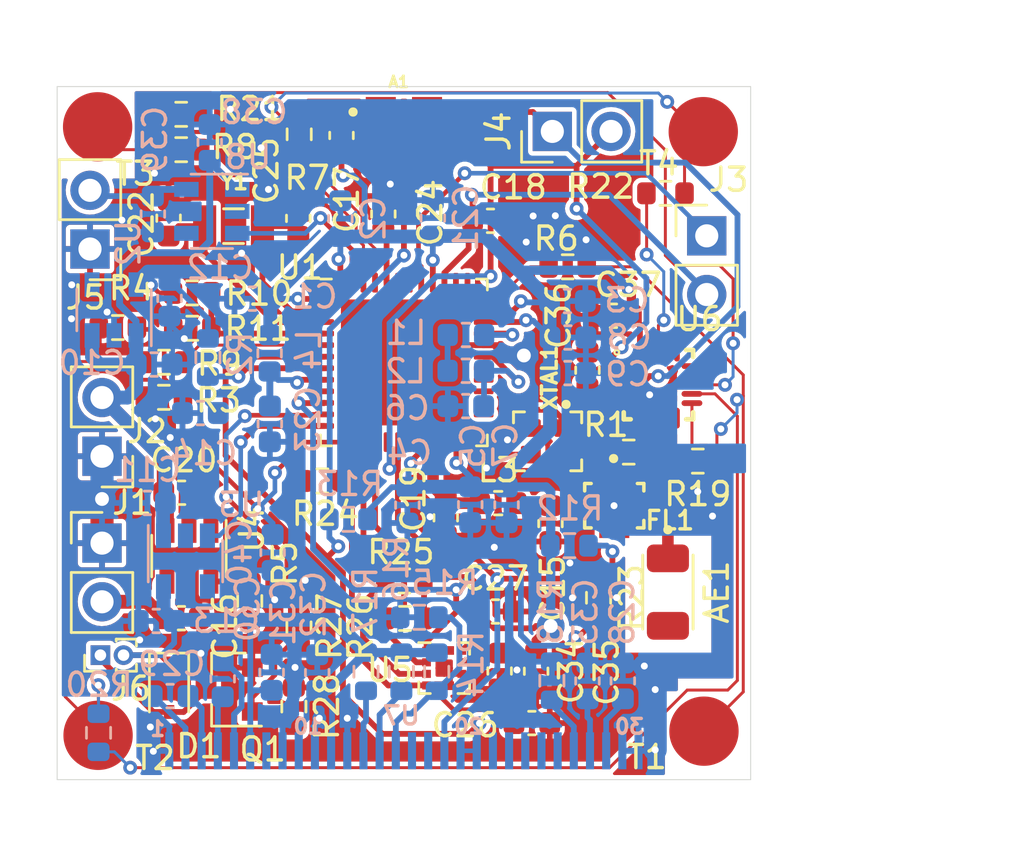
<source format=kicad_pcb>
(kicad_pcb (version 20221018) (generator pcbnew)
  (layers (0 "F.Cu" signal "Front") (31 "B.Cu" signal "Back") (34 "B.Paste" user) (35 "F.Paste" user) (36 "B.SilkS" user "B.Silkscreen") (37 "F.SilkS" user "F.Silkscreen") (38 "B.Mask" user) (39 "F.Mask" user) (44 "Edge.Cuts" user))
  (net 0 "")
  (net 1 "GND")
  (net 2 "+3V3")
  (net 3 "Net-(C6-Pad1)")
  (net 4 "/VBAT")
  (net 5 "/3V3_2")
  (net 6 "Net-(C14-Pad1)")
  (net 7 "Net-(C15-Pad1)")
  (net 8 "/VBUS")
  (net 9 "/swdio")
  (net 10 "Net-(C19-Pad1)")
  (net 11 "Net-(C23-Pad1)")
  (net 12 "Net-(C24-Pad1)")
  (net 13 "Net-(C25-Pad1)")
  (net 14 "Net-(C28-Pad1)")
  (net 15 "Net-(C29-Pad1)")
  (net 16 "Net-(C29-Pad2)")
  (net 17 "Net-(C30-Pad2)")
  (net 18 "Net-(C30-Pad1)")
  (net 19 "Net-(C33-Pad1)")
  (net 20 "/swdclk")
  (net 21 "Net-(L1-Pad2)")
  (net 22 "Net-(L1-Pad1)")
  (net 23 "/ADC")
  (net 24 "Net-(R5-Pad2)")
  (net 25 "Net-(R6-Pad1)")
  (net 26 "/TSC1")
  (net 27 "Net-(R7-Pad2)")
  (net 28 "/TSC4")
  (net 29 "/TSC3")
  (net 30 "Net-(R8-Pad2)")
  (net 31 "Net-(R9-Pad2)")
  (net 32 "/TSC2")
  (net 33 "Net-(R10-Pad1)")
  (net 34 "/SCL")
  (net 35 "/SDA")
  (net 36 "Net-(R14-Pad1)")
  (net 37 "Net-(R16-Pad1)")
  (net 38 "Net-(R17-Pad1)")
  (net 39 "Net-(R18-Pad1)")
  (net 41 "Net-(AE1-Pad1)")
  (net 44 "Net-(U1-Pad24)")
  (net 45 "Net-(U1-Pad25)")
  (net 51 "Net-(C22-Pad1)")
  (net 52 "Net-(C26-Pad1)")
  (net 55 "/spi_sck")
  (net 56 "/spi_mosi")
  (net 57 "/cs_mag")
  (net 58 "/cs_xl")
  (net 59 "Net-(C36-Pad1)")
  (net 60 "Net-(R1-Pad2)")
  (net 69 "Net-(R19-Pad2)")
  (net 70 "Net-(R20-Pad2)")
  (net 71 "Net-(R21-Pad2)")
  (net 72 "Net-(R22-Pad2)")
  (net 73 "/display_en")
  (net 87 "/hrm_pwr")
  (net 88 "/hrm_en")
  (net 89 "/motor")
  (net 90 "Net-(Q1-Pad1)")
  (net 91 "/vibration")
  (footprint "lib:XDCR_MS583702BA01-50" (layer "F.Cu") (at 115 32.1)
    (fp_text reference "A1")
    (fp_text value "MS583702BA01-50")
  )
  (footprint "lib:ANTC3216X140N" (layer "F.Cu") (at 126.42 51.88 -90)
    (fp_text reference "AE1")
    (fp_text value "2450AT18A100E")
  )
  (footprint "Capacitor_SMD:C_0603_1608Metric" (layer "F.Cu") (at 121.34 48.915 -90)
    (fp_text reference "C15")
    (fp_text value "0.3pF")
  )
  (footprint "Capacitor_SMD:C_0603_1608Metric" (layer "F.Cu") (at 105.375 53.01)
    (fp_text reference "C16")
    (fp_text value "4.7uF")
  )
  (footprint "Capacitor_SMD:C_0603_1608Metric" (layer "F.Cu") (at 112.3 32.115 90)
    (fp_text reference "C17")
    (fp_text value "100n")
  )
  (footprint "Capacitor_SMD:C_0603_1608Metric" (layer "F.Cu") (at 118.745 35.81)
    (fp_text reference "C18")
    (fp_text value "47nF")
  )
  (footprint "Capacitor_SMD:C_0603_1608Metric" (layer "F.Cu") (at 116.81 48.665 -90)
    (fp_text reference "C19")
    (fp_text value "0.8pF")
  )
  (footprint "Capacitor_SMD:C_0603_1608Metric" (layer "F.Cu") (at 105.385 47.58)
    (fp_text reference "C20")
    (fp_text value "4.7uF")
  )
  (footprint "Capacitor_SMD:C_0603_1608Metric" (layer "F.Cu") (at 104.82 35.695 90)
    (fp_text reference "C22")
    (fp_text value "15pF")
  )
  (footprint "Capacitor_SMD:C_0603_1608Metric" (layer "F.Cu") (at 114.11 35.515 90)
    (fp_text reference "C24")
    (fp_text value "47nF")
  )
  (footprint "Capacitor_SMD:C_0603_1608Metric" (layer "F.Cu") (at 110.43 35.705 90)
    (fp_text reference "C25")
    (fp_text value "15pF")
  )
  (footprint "Capacitor_SMD:C_0603_1608Metric" (layer "F.Cu") (at 120.535 57.55)
    (fp_text reference "C26")
    (fp_text value "220n")
  )
  (footprint "Capacitor_SMD:C_0603_1608Metric" (layer "F.Cu") (at 118.955 52.72)
    (fp_text reference "C27")
    (fp_text value "100n")
  )
  (footprint "Capacitor_SMD:C_0603_1608Metric" (layer "F.Cu") (at 119.14 55.295 -90)
    (fp_text reference "C34")
    (fp_text value "100n")
  )
  (footprint "Capacitor_SMD:C_0603_1608Metric" (layer "F.Cu") (at 120.72 55.305 -90)
    (fp_text reference "C35")
    (fp_text value "10uF")
  )
  (footprint "Capacitor_SMD:C_0603_1608Metric" (layer "F.Cu") (at 124.065 39.92 180)
    (fp_text reference "C37")
    (fp_text value "100n")
  )
  (footprint "Connector_PinHeader_2.54mm:PinHeader_1x02_P2.54mm_Vertical" (layer "F.Cu") (at 101.94 49.76)
    (fp_text reference "J2")
    (fp_text value "USB")
  )
  (footprint "Connector_PinHeader_2.54mm:PinHeader_1x02_P2.54mm_Vertical" (layer "F.Cu") (at 121.42 31.94 90)
    (fp_text reference "J4")
    (fp_text value "I2C")
  )
  (footprint "Inductor_SMD:L_0603_1608Metric" (layer "F.Cu") (at 119.0775 48.03)
    (fp_text reference "L3")
    (fp_text value "2.7nH")
  )
  (footprint "Resistor_SMD:R_0603_1608Metric" (layer "F.Cu") (at 102.625 40.43)
    (fp_text reference "R4")
    (fp_text value "10k")
  )
  (footprint "Resistor_SMD:R_0603_1608Metric" (layer "F.Cu") (at 108.33 52.265 90)
    (fp_text reference "R5")
    (fp_text value "2k")
  )
  (footprint "Resistor_SMD:R_0603_1608Metric" (layer "F.Cu") (at 122.085 37.8)
    (fp_text reference "R6")
    (fp_text value "1k")
  )
  (footprint "Resistor_SMD:R_0603_1608Metric" (layer "F.Cu") (at 110.47 32.065 -90)
    (fp_text reference "R7")
    (fp_text value "1k")
  )
  (footprint "Resistor_SMD:R_0603_1608Metric" (layer "F.Cu") (at 105.365 32.73)
    (fp_text reference "R8")
    (fp_text value "1k")
  )
  (footprint "Resistor_SMD:R_0603_1608Metric" (layer "F.Cu") (at 105.835 38.93 180)
    (fp_text reference "R10")
    (fp_text value "0R")
  )
  (footprint "Resistor_SMD:R_0603_1608Metric" (layer "F.Cu") (at 127.715 46.21 180)
    (fp_text reference "R19")
    (fp_text value "0r")
  )
  (footprint "Resistor_SMD:R_0603_1608Metric" (layer "F.Cu") (at 105.365 31.2)
    (fp_text reference "R21")
    (fp_text value "0r")
  )
  (footprint "Resistor_SMD:R_0603_1608Metric" (layer "F.Cu") (at 126.315 34.62 180)
    (fp_text reference "R22")
    (fp_text value "0r")
  )
  (footprint "Resistor_SMD:R_0603_1608Metric" (layer "F.Cu") (at 123.42 52.125 -90)
    (fp_text reference "R23")
    (fp_text value "0r")
  )
  (footprint "Resistor_SMD:R_0603_1608Metric" (layer "F.Cu") (at 111.475 47.07)
    (fp_text reference "R24")
    (fp_text value "0r")
  )
  (footprint "Resistor_SMD:R_0603_1608Metric" (layer "F.Cu") (at 115.015 51.4)
    (fp_text reference "R25")
    (fp_text value "10k")
  )
  (footprint "Resistor_SMD:R_0603_1608Metric" (layer "F.Cu") (at 115.045 53.02)
    (fp_text reference "R26")
    (fp_text value "10k")
  )
  (footprint "Sensor:touch_pad" (layer "F.Cu") (at 128.02 57.9)
    (fp_text reference "T1")
    (fp_text value "Touch_sens")
  )
  (footprint "Sensor:touch_pad" (layer "F.Cu") (at 101.81 58.08)
    (fp_text reference "T2")
    (fp_text value "Touch_sens")
  )
  (footprint "Sensor:touch_pad" (layer "F.Cu") (at 101.79 31.74)
    (fp_text reference "T3")
    (fp_text value "Touch_sens")
  )
  (footprint "Sensor:touch_pad" (layer "F.Cu") (at 127.99 31.95)
    (fp_text reference "T4")
    (fp_text value "Touch_sens")
  )
  (footprint "Package_DFN_QFN:QFN-48-1EP_7x7mm_P0.5mm_EP5.45x5.45mm" (layer "F.Cu") (at 115 41.94)
    (fp_text reference "U1")
    (fp_text value "STM32WB55CEU6TR")
  )
  (footprint "Package_TO_SOT_SMD:SOT-23-5" (layer "F.Cu") (at 105.7 50.32 -90)
    (fp_text reference "U4")
    (fp_text value "MCP73832-2-OT")
  )
  (footprint "Package_LGA:LGA-12_2x2mm_P0.5mm" (layer "F.Cu") (at 116.7425 55.17)
    (fp_text reference "U5")
    (fp_text value "LSM303AGR")
  )
  (footprint "lib:QFN40P300X300X60-20N" (layer "F.Cu") (at 126.01 42.9)
    (fp_text reference "U6")
    (fp_text value "MPR121QR2")
  )
  (footprint "lib:OSCCC200X160X50N" (layer "F.Cu") (at 121.215 45.355 -90)
    (fp_text reference "XTAL1")
    (fp_text value "NX2016SA-32MHZ")
  )
  (footprint "lib:XTAL_12.87150" (layer "F.Cu") (at 107.63 36.04)
    (fp_text reference "Y1")
    (fp_text value "12.87150")
  )
  (footprint "Resistor_SMD:R_0603_1608Metric" (layer "F.Cu") (at 104.625 41.93)
    (fp_text reference "R9")
    (fp_text value "1k")
  )
  (footprint "Connector_PinHeader_2.54mm:PinHeader_1x02_P2.54mm_Vertical" (layer "F.Cu") (at 128.1 36.46)
    (fp_text reference "J3")
    (fp_text value "Prog")
  )
  (footprint "Resistor_SMD:R_0603_1608Metric" (layer "F.Cu") (at 124.725 45.82)
    (fp_text reference "R1")
    (fp_text value "75k")
  )
  (footprint "Connector_PinHeader_2.54mm:PinHeader_1x02_P2.54mm_Vertical" (layer "F.Cu") (at 101.94 46 180)
    (fp_text reference "J1")
    (fp_text value "Bat")
  )
  (footprint "Capacitor_SMD:C_0603_1608Metric" (layer "F.Cu") (at 122.94 42.275 90)
    (fp_text reference "C36")
    (fp_text value "100n")
  )
  (footprint "Connector_PinHeader_2.54mm:PinHeader_1x02_P2.54mm_Vertical" (layer "F.Cu") (at 101.42 37.03 180)
    (fp_text reference "J5")
    (fp_text value "HRM")
  )
  (footprint "Resistor_SMD:R_0603_1608Metric" (layer "F.Cu") (at 105.845 40.46)
    (fp_text reference "R11")
    (fp_text value "0R")
  )
  (footprint "Resistor_SMD:R_0603_1608Metric" (layer "F.Cu") (at 104.615 43.45 180)
    (fp_text reference "R3")
    (fp_text value "330k")
  )
  (footprint "Diode_SMD:D_SOD-323" (layer "F.Cu") (at 104.84 56.02 -90)
    (fp_text reference "D1")
    (fp_text value "BAT60A")
  )
  (footprint "Connector_PinHeader_1.00mm:PinHeader_1x02_P1.00mm_Vertical" (layer "F.Cu") (at 101.87 54.61 90)
    (fp_text reference "J6")
    (fp_text value "Vib")
  )
  (footprint "Package_TO_SOT_SMD:SOT-23" (layer "F.Cu") (at 107.44 56.1 180)
    (fp_text reference "Q1")
    (fp_text value "FDV303N")
  )
  (footprint "Resistor_SMD:R_0603_1608Metric" (layer "F.Cu") (at 110.46 53.405 -90)
    (fp_text reference "R27")
    (fp_text value "1k")
  )
  (footprint "Resistor_SMD:R_0603_1608Metric" (layer "F.Cu") (at 110.24 56.835 -90)
    (fp_text reference "R28")
    (fp_text value "10k")
  )
  (footprint "lib:FIL_2450BP15E0100E" (layer "F.Cu") (at 124.1 48.14)
    (fp_text reference "FL1")
    (fp_text value "2450BP15E0100E")
  )
  (footprint "Capacitor_SMD:C_0603_1608Metric" (layer "B.Cu") (at 108.445 39.18 180)
    (fp_text reference "C1")
    (fp_text value "100n")
  )
  (footprint "Capacitor_SMD:C_0603_1608Metric" (layer "B.Cu") (at 112.25 35.715 90)
    (fp_text reference "C2")
    (fp_text value "100n")
  )
  (footprint "Capacitor_SMD:C_0603_1608Metric" (layer "B.Cu") (at 122.075 39.28)
    (fp_text reference "C3")
    (fp_text value "100n")
  )
  (footprint "Capacitor_SMD:C_0603_1608Metric" (layer "B.Cu") (at 115.15 48.115 -90)
    (fp_text reference "C4")
    (fp_text value "100n")
  )
  (footprint "Capacitor_SMD:C_0603_1608Metric" (layer "B.Cu") (at 117.675 43.83 180)
    (fp_text reference "C6")
    (fp_text value "4.7uF")
  )
  (footprint "Capacitor_SMD:C_0603_1608Metric" (layer "B.Cu") (at 119.44 48.105 -90)
    (fp_text reference "C7")
    (fp_text value "100n")
  )
  (footprint "Capacitor_SMD:C_0603_1608Metric" (layer "B.Cu") (at 122.095 40.86)
    (fp_text reference "C8")
    (fp_text value "100n")
  )
  (footprint "Capacitor_SMD:C_0603_1608Metric" (layer "B.Cu") (at 122.095 42.4)
    (fp_text reference "C9")
    (fp_text value "4.7uF")
  )
  (footprint "Capacitor_SMD:C_0603_1608Metric" (layer "B.Cu") (at 104.86 39.165 -90)
    (fp_text reference "C12")
    (fp_text value "1uF")
  )
  (footprint "Capacitor_SMD:C_0603_1608Metric" (layer "B.Cu") (at 104.285 53.13 180)
    (fp_text reference "C13")
    (fp_text value "1uF")
  )
  (footprint "Capacitor_SMD:C_0603_1608Metric" (layer "B.Cu") (at 106.195 44.13 180)
    (fp_text reference "C14")
    (fp_text value "100n")
  )
  (footprint "Capacitor_SMD:C_0603_1608Metric" (layer "B.Cu") (at 116.25 35.69 90)
    (fp_text reference "C21")
    (fp_text value "100n")
  )
  (footprint "Capacitor_SMD:C_0603_1608Metric" (layer "B.Cu") (at 109.2 44.6 -90)
    (fp_text reference "C23")
    (fp_text value "100n")
  )
  (footprint "Capacitor_SMD:C_0603_1608Metric" (layer "B.Cu") (at 124.47 55.725 90)
    (fp_text reference "C28")
    (fp_text value "10uF")
  )
  (footprint "Capacitor_SMD:C_0603_1608Metric" (layer "B.Cu") (at 104.885 56.38)
    (fp_text reference "C29")
    (fp_text value "2.2uF")
  )
  (footprint "Capacitor_SMD:C_0603_1608Metric" (layer "B.Cu") (at 107.16 55.635 90)
    (fp_text reference "C30")
    (fp_text value "2.2uF")
  )
  (footprint "Capacitor_SMD:C_0603_1608Metric" (layer "B.Cu") (at 109.28 55.355 90)
    (fp_text reference "C31")
    (fp_text value "2.2uF")
  )
  (footprint "Capacitor_SMD:C_0603_1608Metric" (layer "B.Cu") (at 111.25 55.365 90)
    (fp_text reference "C32")
    (fp_text value "2.2uF")
  )
  (footprint "Capacitor_SMD:C_0603_1608Metric" (layer "B.Cu") (at 122.94 55.725 90)
    (fp_text reference "C33")
    (fp_text value "2.2uF")
  )
  (footprint "Inductor_SMD:L_0603_1608Metric" (layer "B.Cu") (at 117.6825 40.75)
    (fp_text reference "L1")
    (fp_text value "10nH")
  )
  (footprint "Inductor_SMD:L_0603_1608Metric" (layer "B.Cu") (at 117.6775 42.3 180)
    (fp_text reference "L2")
    (fp_text value "10mH")
  )
  (footprint "Inductor_SMD:L_0603_1608Metric" (layer "B.Cu") (at 109.19 41.5425 -90)
    (fp_text reference "L4")
    (fp_text value "GBK160808T")
  )
  (footprint "Resistor_SMD:R_0603_1608Metric" (layer "B.Cu") (at 106.52 41.725 90)
    (fp_text reference "R2")
    (fp_text value "10k")
  )
  (footprint "Resistor_SMD:R_0603_1608Metric" (layer "B.Cu") (at 112.6 48.73 180)
    (fp_text reference "R13")
    (fp_text value "10k")
  )
  (footprint "Resistor_SMD:R_0603_1608Metric" (layer "B.Cu") (at 116.42 55.325 90)
    (fp_text reference "R14")
    (fp_text value "10k")
  )
  (footprint "Resistor_SMD:R_0603_1608Metric" (layer "B.Cu") (at 115.665 52.97)
    (fp_text reference "R15")
    (fp_text value "addr")
  )
  (footprint "Resistor_SMD:R_0603_1608Metric" (layer "B.Cu") (at 114.89 55.325 90)
    (fp_text reference "R16")
    (fp_text value "10k")
  )
  (footprint "Resistor_SMD:R_0603_1608Metric" (layer "B.Cu") (at 113.36 55.325 90)
    (fp_text reference "R17")
    (fp_text value "10k")
  )
  (footprint "Resistor_SMD:R_0603_1608Metric" (layer "B.Cu") (at 121.4 55.715 90)
    (fp_text reference "R18")
    (fp_text value "330k")
  )
  (footprint "Resistor_SMD:R_0603_1608Metric" (layer "B.Cu") (at 101.79 57.97 -90)
    (fp_text reference "R20")
    (fp_text value "0r")
  )
  (footprint "Capacitor_SMD:C_0603_1608Metric" (layer "B.Cu") (at 117.87 48.095 -90)
    (fp_text reference "C5")
    (fp_text value "100p")
  )
  (footprint "Capacitor_SMD:C_0603_1608Metric" (layer "B.Cu") (at 109.32 50.165 -90)
    (fp_text reference "C40")
    (fp_text value "100n")
  )
  (footprint "Capacitor_SMD:C_0603_1608Metric" (layer "B.Cu") (at 103.905 48.02 180)
    (fp_text reference "C11")
    (fp_text value "1uF")
  )
  (footprint "Capacitor_SMD:C_0603_1608Metric" (layer "B.Cu") (at 106.6 32.415 90)
    (fp_text reference "C38")
    (fp_text value "1uF")
  )
  (footprint "Capacitor_SMD:C_0603_1608Metric" (layer "B.Cu") (at 104.14 35.515 -90)
    (fp_text reference "C39")
    (fp_text value "1uF")
  )
  (footprint "Resistor_SMD:R_0603_1608Metric" (layer "B.Cu") (at 122.16 49.87)
    (fp_text reference "R12")
    (fp_text value "10k")
  )
  (footprint "lib:1X30-0.7MM" (layer "B.Cu") (at 115 58.75)
    (fp_text reference "U7")
    (fp_text value "UG-2864HSWEG01")
  )
  (footprint "Capacitor_SMD:C_0603_1608Metric" (layer "B.Cu") (at 104.195 42.03)
    (fp_text reference "C10")
    (fp_text value "1uF")
  )
  (footprint "Package_TO_SOT_SMD:SOT-23-5" (layer "B.Cu") (at 102.46 39.67 90)
    (fp_text reference "U2")
    (fp_text value "NCP114AMX330TBG")
  )
  (footprint "Package_TO_SOT_SMD:SOT-23-5" (layer "B.Cu") (at 105.55 50.54 -90)
    (fp_text reference "U3")
    (fp_text value "NCP114AMX330TBG")
  )
  (footprint "Package_TO_SOT_SMD:SOT-23-5" (layer "B.Cu") (at 106.69 35.4 180)
    (fp_text reference "U8")
    (fp_text value "NCP114AMX330TBG")
  )
  (gr_line (start 100 60) (end 100 30) (stroke (width 0.0381)) (layer "Edge.Cuts"))
  (gr_line (start 130 30) (end 130 60) (stroke (width 0.0381)) (layer "Edge.Cuts"))
  (gr_line (start 100 60) (end 130 60) (stroke (width 0.0381)) (layer "Edge.Cuts"))
  (gr_line (start 100 30) (end 130 30) (stroke (width 0.0381)) (layer "Edge.Cuts"))
  (segment (start 125.21 44.22) (end 125.23299 44.19701) (width 0.25) (layer "F.Cu") (net 1))
  (segment (start 120.49 44.78) (end 119.99 44.78) (width 0.25) (layer "F.Cu") (net 1))
  (segment (start 105.5 40.91) (end 105.47 40.91) (width 0.2) (layer "F.Cu") (net 1))
  (segment (start 105.47 40.91) (end 105.02 40.46) (width 0.2) (layer "F.Cu") (net 1))
  (segment (start 116.75 45.39) (end 116.75 43.69) (width 0.25) (layer "F.Cu") (net 1))
  (segment (start 125.23299 43.84701) (end 125.63 43.45) (width 0.25) (layer "F.Cu") (net 1))
  (segment (start 125.63 43.45) (end 125.63 43.34) (width 0.25) (layer "F.Cu") (net 1))
  (segment (start 118.45 41.19) (end 118.875 41.19) (width 0.25) (layer "F.Cu") (net 1))
  (segment (start 101.94 49.76) (end 101.94 47.85) (width 1) (layer "F.Cu") (net 1))
  (segment (start 114.04 34.69) (end 114.04 34.59) (width 0.2) (layer "F.Cu") (net 1))
  (segment (start 125.59 43.3) (end 125.63 43.34) (width 0.25) (layer "F.Cu") (net 1))
  (segment (start 125.23299 44.19701) (end 125.23299 43.84701) (width 0.25) (layer "F.Cu") (net 1))
  (segment (start 114.04 34.59) (end 114.41 34.22) (width 0.2) (layer "F.Cu") (net 1))
  (segment (start 124.56 43.3) (end 125.59 43.3) (width 0.25) (layer "F.Cu") (net 1))
  (segment (start 118.875 41.19) (end 119.324171 41.639171) (width 0.25) (layer "F.Cu") (net 1))
  (segment (start 117.19 41.19) (end 116.44 41.94) (width 0.25) (layer "F.Cu") (net 1))
  (segment (start 119.324171 41.639171) (end 120.189817 41.639171) (width 0.25) (layer "F.Cu") (net 1))
  (segment (start 125.21 44.35) (end 125.21 44.22) (width 0.25) (layer "F.Cu") (net 1))
  (segment (start 119.99 44.78) (end 119.48 45.29) (width 0.25) (layer "F.Cu") (net 1))
  (segment (start 118.45 41.19) (end 115.75 41.19) (width 0.25) (layer "F.Cu") (net 1))
  (via (at 108.82 32.65) (size 0.6) (drill 0.3) (layers "F.Cu" "B.Cu") (net 1))
  (via (at 124.09 48.14) (size 0.6) (drill 0.3) (layers "F.Cu" "B.Cu") (net 1))
  (via (at 107.98 37.21) (size 0.6) (drill 0.3) (layers "F.Cu" "B.Cu") (net 1))
  (via (at 114.41 34.22) (size 0.6) (drill 0.3) (layers "F.Cu" "B.Cu") (net 1))
  (via (at 118.57 46.51) (size 0.6) (drill 0.3) (layers "F.Cu" "B.Cu") (net 1))
  (via (at 102.16 39.76) (size 0.6) (drill 0.3) (layers "F.Cu" "B.Cu") (net 1))
  (via (at 104.25 44.38) (size 0.6) (drill 0.3) (layers "F.Cu" "B.Cu") (net 1))
  (via (at 100.63 38.58) (size 0.6) (drill 0.3) (layers "F.Cu" "B.Cu") (net 1))
  (via (at 105.5 40.91) (size 0.6) (drill 0.3) (layers "F.Cu" "B.Cu") (net 1))
  (via (at 111.34 57.34) (size 0.6) (drill 0.3) (layers "F.Cu" "B.Cu") (net 1))
  (via (at 104.03 57.72) (size 0.6) (drill 0.3) (layers "F.Cu" "B.Cu") (net 1))
  (via (at 118.91 49.94) (size 0.6) (drill 0.3) (layers "F.Cu" "B.Cu") (net 1))
  (via (at 107.49 30.98) (size 0.6) (drill 0.3) (layers "F.Cu" "B.Cu") (net 1))
  (via (at 112.55 57.34) (size 0.6) (drill 0.3) (layers "F.Cu" "B.Cu") (net 1))
  (via (at 120.59 35.6) (size 0.6) (drill 0.3) (layers "F.Cu" "B.Cu") (net 1))
  (via (at 110.73 51.37) (size 0.6) (drill 0.3) (layers "F.Cu" "B.Cu") (net 1))
  (via (at 122.18 50.62) (size 0.6) (drill 0.3) (layers "F.Cu" "B.Cu") (net 1))
  (via (at 120.189817 41.639171) (size 1.2) (drill 0.6) (layers "F.Cu" "B.Cu") (net 1))
  (via (at 122.29 52.13) (size 0.6) (drill 0.3) (layers "F.Cu" "B.Cu") (net 1))
  (via (at 102.8 35.78) (size 0.6) (drill 0.3) (layers "F.Cu" "B.Cu") (net 1))
  (via (at 128.35 48.59) (size 0.6) (drill 0.3) (layers "F.Cu" "B.Cu") (net 1))
  (via (at 104.21 33.75) (size 0.6) (drill 0.3) (layers "F.Cu" "B.Cu") (net 1))
  (via (at 116.13 48.62) (size 0.6) (drill 0.3) (layers "F.Cu" "B.Cu") (net 1))
  (via (at 110.29 55.14) (size 0.6) (drill 0.3) (layers "F.Cu" "B.Cu") (net 1))
  (via (at 125.87 56.1) (size 0.6) (drill 0.3) (layers "F.Cu" "B.Cu") (net 1))
  (via (at 109.41 52.21) (size 0.6) (drill 0.3) (layers "F.Cu" "B.Cu") (net 1))
  (via (at 101.94 47.85) (size 1.2) (drill 0.6) (layers "F.Cu" "B.Cu") (net 1))
  (via (at 127.71 47.53) (size 0.6) (drill 0.3) (layers "F.Cu" "B.Cu") (net 1))
  (via (at 104.16 58.77) (size 0.6) (drill 0.3) (layers "F.Cu" "B.Cu") (net 1))
  (via (at 125.87 58.71) (size 0.6) (drill 0.3) (layers "F.Cu" "B.Cu") (net 1))
  (via (at 104.89 45.19) (size 0.6) (drill 0.3) (layers "F.Cu" "B.Cu") (net 1))
  (via (at 103.57 53.95) (size 0.6) (drill 0.3) (layers "F.Cu" "B.Cu") (net 1))
  (via (at 109.14 34.45) (size 0.6) (drill 0.3) (layers "F.Cu" "B.Cu") (net 1))
  (via (at 119.89 55.25) (size 0.6) (drill 0.3) (layers "F.Cu" "B.Cu") (net 1))
  (via (at 100.62 40.05) (size 0.6) (drill 0.3) (layers "F.Cu" "B.Cu") (net 1))
  (via (at 120.29 36.73) (size 0.6) (drill 0.3) (layers "F.Cu" "B.Cu") (net 1))
  (via (at 121.55 35.59) (size 0.6) (drill 0.3) (layers "F.Cu" "B.Cu") (net 1))
  (via (at 122.88 36.63) (size 0.6) (drill 0.3) (layers "F.Cu" "B.Cu") (net 1))
  (via (at 106.22 54.53) (size 0.6) (drill 0.3) (layers "F.Cu" "B.Cu") (net 1))
  (via (at 125.63 43.34) (size 0.6) (drill 0.3) (layers "F.Cu" "B.Cu") (net 1))
  (via (at 124.2 52.12) (size 0.6) (drill 0.3) (layers "F.Cu" "B.Cu") (net 1))
  (via (at 119.48 45.29) (size 0.6) (drill 0.3) (layers "F.Cu" "B.Cu") (net 1))
  (via (at 125.4 55.08) (size 0.6) (drill 0.3) (layers "F.Cu" "B.Cu") (net 1))
  (segment (start 125.87 56.1) (end 125.87 55.55) (width 1) (layer "B.Cu") (net 1))
  (segment (start 104.85 58.75) (end 104.18 58.75) (width 0.25) (layer "B.Cu") (net 1))
  (segment (start 125.87 55.55) (end 125.4 55.08) (width 1) (layer "B.Cu") (net 1))
  (segment (start 110.27 55.57) (end 109.28 54.58) (width 0.25) (layer "B.Cu") (net 1))
  (segment (start 125.15 58.75) (end 125.83 58.75) (width 0.25) (layer "B.Cu") (net 1))
  (segment (start 104.86 39.94) (end 104.86 40.27) (width 0.2) (layer "B.Cu") (net 1))
  (segment (start 109.28 54.58) (end 110.24 54.58) (width 0.25) (layer "B.Cu") (net 1))
  (segment (start 124.45 58.75) (end 125.15 58.75) (width 0.25) (layer "B.Cu") (net 1))
  (segment (start 109.75 58.75) (end 109.75 57.7) (width 0.25) (layer "B.Cu") (net 1))
  (segment (start 111.15 57.53) (end 111.34 57.34) (width 0.25) (layer "B.Cu") (net 1))
  (segment (start 104.18 58.75) (end 104.16 58.77) (width 0.25) (layer "B.Cu") (net 1))
  (segment (start 125.83 58.75) (end 125.87 58.71) (width 0.25) (layer "B.Cu") (net 1))
  (segment (start 112.55 58.75) (end 112.55 57.34) (width 0.25) (layer "B.Cu") (net 1))
  (segment (start 104.86 40.27) (end 105.5 40.91) (width 0.2) (layer "B.Cu") (net 1))
  (segment (start 111.15 58.75) (end 111.15 57.53) (width 0.25) (layer "B.Cu") (net 1))
  (segment (start 109.75 57.7) (end 110.27 57.18) (width 0.25) (layer "B.Cu") (net 1))
  (segment (start 101.94 47.85) (end 101.94 46) (width 1) (layer "B.Cu") (net 1))
  (segment (start 125.87 58.71) (end 125.87 56.1) (width 1) (layer "B.Cu") (net 1))
  (segment (start 110.24 54.58) (end 110.25 54.59) (width 0.25) (layer "B.Cu") (net 1))
  (segment (start 110.27 57.18) (end 110.27 55.57) (width 0.25) (layer "B.Cu") (net 1))
  (segment (start 111.25 54.59) (end 110.25 54.59) (width 0.25) (layer "B.Cu") (net 1))
  (segment (start 112.3 32.89) (end 112.3 33.78) (width 0.25) (layer "F.Cu") (net 2))
  (segment (start 120.24 40.19) (end 120.29 40.14) (width 0.25) (layer "F.Cu") (net 2))
  (segment (start 118.90701 53.44701) (end 118.18 52.72) (width 0.25) (layer "F.Cu") (net 2))
  (segment (start 119.14 54.52) (end 118.96 54.52) (width 0.25) (layer "F.Cu") (net 2))
  (segment (start 117.27 45.41) (end 117.25 45.39) (width 0.25) (layer "F.Cu") (net 2))
  (segment (start 124.84 39.92) (end 124.84 38.89) (width 0.4) (layer "F.Cu") (net 2))
  (segment (start 121.35 53.35) (end 120.71 53.35) (width 0.25) (layer "F.Cu") (net 2))
  (segment (start 125.21 41.45) (end 125.21 40.29) (width 0.25) (layer "F.Cu") (net 2))
  (segment (start 114 33.1) (end 112.46 33.1) (width 0.4) (layer "F.Cu") (net 2))
  (segment (start 116.012001 51.227999) (end 115.84 51.4) (width 0.25) (layer "F.Cu") (net 2))
  (segment (start 118.45 40.19) (end 120.24 40.19) (width 0.25) (layer "F.Cu") (net 2))
  (segment (start 115.87 53.02) (end 115.87 51.43) (width 0.25) (layer "F.Cu") (net 2))
  (segment (start 105.01 38.93) (end 104.4 38.93) (width 0.2) (layer "F.Cu") (net 2))
  (segment (start 117.27 46.29) (end 117.27 45.41) (width 0.25) (layer "F.Cu") (net 2))
  (segment (start 110.42 39.19) (end 110.41 39.18) (width 0.25) (layer "F.Cu") (net 2))
  (segment (start 118.07 53.855) (end 117.505 54.42) (width 0.25) (layer "F.Cu") (net 2))
  (segment (start 118.07 52.97) (end 118.07 53.855) (width 0.25) (layer "F.Cu") (net 2))
  (segment (start 118.18 52.72) (end 118.18 51.56) (width 0.25) (layer "F.Cu") (net 2))
  (segment (start 120.71 53.35) (end 120.61299 53.44701) (width 0.25) (layer "F.Cu") (net 2))
  (segment (start 120.72 53.98) (end 121.35 53.35) (width 0.4) (layer "F.Cu") (net 2))
  (segment (start 111.55 39.19) (end 110.42 39.19) (width 0.25) (layer "F.Cu") (net 2))
  (segment (start 118.96 54.52) (end 118.56 54.92) (width 0.25) (layer "F.Cu") (net 2))
  (segment (start 116.25 37.51) (end 116.25 38.49) (width 0.25) (layer "F.Cu") (net 2))
  (segment (start 120.61299 53.44701) (end 118.90701 53.44701) (width 0.25) (layer "F.Cu") (net 2))
  (segment (start 115.75 45.78) (end 115.2 46.33) (width 0.25) (layer "F.Cu") (net 2))
  (segment (start 118.56 54.92) (end 117.505 54.92) (width 0.25) (layer "F.Cu") (net 2))
  (segment (start 125.21 40.29) (end 124.84 39.92) (width 0.25) (layer "F.Cu") (net 2))
  (segment (start 120.72 54.53) (end 119.15 54.53) (width 0.25) (layer "F.Cu") (net 2))
  (segment (start 112.3 33.78) (end 112.37 33.85) (width 0.25) (layer "F.Cu") (net 2))
  (segment (start 104.4 38.93) (end 104.06 38.59) (width 0.2) (layer "F.Cu") (net 2))
  (segment (start 117.847999 51.227999) (end 116.012001 51.227999) (width 0.25) (layer "F.Cu") (net 2))
  (segment (start 120.72 54.53) (end 120.72 53.98) (width 0.4) (layer "F.Cu") (net 2))
  (segment (start 115.75 45.39) (end 115.75 45.78) (width 0.25) (layer "F.Cu") (net 2))
  (segment (start 112.46 33.1) (end 112.23 32.87) (width 0.4) (layer "F.Cu") (net 2))
  (segment (start 112.25 38.49) (end 112.25 37.47) (width 0.25) (layer "F.Cu") (net 2))
  (segment (start 119.15 54.53) (end 119.14 54.52) (width 0.25) (layer "F.Cu") (net 2))
  (segment (start 115.87 51.43) (end 115.84 51.4) (width 0.25) (layer "F.Cu") (net 2))
  (segment (start 119.73 39.69) (end 120.08 39.34) (width 0.25) (layer "F.Cu") (net 2))
  (segment (start 124.84 38.89) (end 124.73 38.78) (width 0.4) (layer "F.Cu") (net 2))
  (segment (start 118.18 51.56) (end 117.847999 51.227999) (width 0.25) (layer "F.Cu") (net 2))
  (segment (start 118.45 39.69) (end 119.73 39.69) (width 0.25) (layer "F.Cu") (net 2))
  (via (at 112.37 33.85) (size 0.6) (drill 0.3) (layers "F.Cu" "B.Cu") (net 2))
  (via (at 116.25 37.51) (size 0.6) (drill 0.3) (layers "F.Cu" "B.Cu") (net 2))
  (via (at 117.27 46.29) (size 0.6) (drill 0.3) (layers "F.Cu" "B.Cu") (net 2))
  (via (at 120.06 39.29) (size 0.6) (drill 0.3) (layers "F.Cu" "B.Cu") (net 2))
  (via (at 110.41 39.18) (size 0.6) (drill 0.3) (layers "F.Cu" "B.Cu") (net 2))
  (via (at 120.28 40.11) (size 0.6) (drill 0.3) (layers "F.Cu" "B.Cu") (net 2))
  (via (at 115.3 46.31) (size 0.6) (drill 0.3) (layers "F.Cu" "B.Cu") (net 2))
  (via (at 104.06 38.59) (size 0.6) (drill 0.3) (layers "F.Cu" "B.Cu") (net 2))
  (via (at 112.17 37.47) (size 0.6) (drill 0.3) (layers "F.Cu" "B.Cu") (net 2))
  (via (at 124.73 38.78) (size 0.6) (drill 0.3) (layers "F.Cu" "B.Cu") (net 2))
  (via (at 121.35 53.35) (size 1.2) (drill 0.6) (layers "F.Cu" "B.Cu") (net 2))
  (segment (start 115.2 46.33) (end 115.2 47.29) (width 0.25) (layer "B.Cu") (net 2))
  (segment (start 104.04 38.57) (end 104.06 38.59) (width 0.6) (layer "B.Cu") (net 2))
  (segment (start 111.91 36.49) (end 109.22 39.18) (width 0.6) (layer "B.Cu") (net 2))
  (segment (start 104.06 38.59) (end 104.06 38.140002) (width 0.2) (layer "B.Cu") (net 2))
  (segment (start 112.37 33.85) (end 112.81 33.85) (width 0.25) (layer "B.Cu") (net 2))
  (segment (start 115.17 47.32) (end 115.15 47.34) (width 0.6) (layer "B.Cu") (net 2))
  (segment (start 110.41 39.18) (end 109.22 39.18) (width 0.25) (layer "B.Cu") (net 2))
  (segment (start 112.25 36.49) (end 113.3 36.49) (width 0.6) (layer "B.Cu") (net 2))
  (segment (start 113.425 48.395) (end 114.48 47.34) (width 0.25) (layer "B.Cu") (net 2))
  (segment (start 120.29 40.14) (end 120.6 40.14) (width 0.25) (layer "B.Cu") (net 2))
  (segment (start 117.87 47.32) (end 115.17 47.32) (width 0.6) (layer "B.Cu") (net 2))
  (segment (start 117.88 47.33) (end 117.87 47.32) (width 0.6) (layer "B.Cu") (net 2))
  (segment (start 104.06 38.140002) (end 103.929999 38.010001) (width 0.2) (layer "B.Cu") (net 2))
  (segment (start 119.44 46.75) (end 121.32 44.87) (width 0.6) (layer "B.Cu") (net 2))
  (segment (start 103.41 38.57) (end 103.41 38.53) (width 0.6) (layer "B.Cu") (net 2))
  (segment (start 114.48 47.34) (end 115.15 47.34) (width 0.25) (layer "B.Cu") (net 2))
  (segment (start 113.3 34.34) (end 113.3 36.49) (width 0.25) (layer "B.Cu") (net 2))
  (segment (start 103.41 38.53) (end 103.929999 38.010001) (width 0.6) (layer "B.Cu") (net 2))
  (segment (start 119.97 37.95) (end 121.3 39.28) (width 0.6) (layer "B.Cu") (net 2))
  (segment (start 119.44 47.33) (end 119.44 46.75) (width 0.6) (layer "B.Cu") (net 2))
  (segment (start 109.22 39.18) (end 109.22 40.725) (width 0.6) (layer "B.Cu") (net 2))
  (segment (start 113.3 36.49) (end 116.225 36.49) (width 0.6) (layer "B.Cu") (net 2))
  (segment (start 106.52 40.9) (end 106.52 40.05) (width 0.25) (layer "B.Cu") (net 2))
  (segment (start 121.35 53.35) (end 121.35 47.53) (width 0.4) (layer "B.Cu") (net 2))
  (segment (start 120.08 39.34) (end 121.24 39.34) (width 0.25) (layer "B.Cu") (net 2))
  (segment (start 121.3 40.84) (end 121.32 40.86) (width 0.6) (layer "B.Cu") (net 2))
  (segment (start 119.44 47.33) (end 117.88 47.33) (width 0.6) (layer "B.Cu") (net 2))
  (segment (start 104.86 38.39) (end 104.86 38.18) (width 0.128) (layer "B.Cu") (net 2))
  (segment (start 112.25 37.47) (end 112.25 36.49) (width 0.25) (layer "B.Cu") (net 2))
  (segment (start 120.6 40.14) (end 121.32 40.86) (width 0.25) (layer "B.Cu") (net 2))
  (segment (start 121.3 39.28) (end 121.3 40.84) (width 0.6) (layer "B.Cu") (net 2))
  (segment (start 103.41 38.57) (end 104.04 38.57) (width 0.6) (layer "B.Cu") (net 2))
  (segment (start 116.225 36.49) (end 116.25 36.465) (width 0.6) (layer "B.Cu") (net 2))
  (segment (start 124.73 38.78) (end 123.9 37.95) (width 0.4) (layer "B.Cu") (net 2))
  (segment (start 112.81 33.85) (end 113.3 34.34) (width 0.25) (layer "B.Cu") (net 2))
  (segment (start 118.485 36.465) (end 119.97 37.95) (width 0.6) (layer "B.Cu") (net 2))
  (segment (start 104.86 38.18) (end 105.029999 38.010001) (width 0.128) (layer "B.Cu") (net 2))
  (segment (start 121.32 44.87) (end 121.32 42.4) (width 0.6) (layer "B.Cu") (net 2))
  (segment (start 117.87 47.32) (end 117.87 46.89) (width 0.25) (layer "B.Cu") (net 2))
  (segment (start 108.050001 38.010001) (end 105.029999 38.010001) (width 0.6) (layer "B.Cu") (net 2))
  (segment (start 121.24 39.34) (end 121.3 39.28) (width 0.25) (layer "B.Cu") (net 2))
  (segment (start 121.32 40.86) (end 121.32 42.4) (width 0.6) (layer "B.Cu") (net 2))
  (segment (start 117.87 46.89) (end 117.27 46.29) (width 0.25) (layer "B.Cu") (net 2))
  (segment (start 121.35 47.53) (end 121.15 47.33) (width 0.4) (layer "B.Cu") (net 2))
  (segment (start 116.25 36.465) (end 118.485 36.465) (width 0.6) (layer "B.Cu") (net 2))
  (segment (start 123.9 37.95) (end 119.97 37.95) (width 0.4) (layer "B.Cu") (net 2))
  (segment (start 116.25 36.465) (end 116.25 37.51) (width 0.25) (layer "B.Cu") (net 2))
  (segment (start 113.425 48.73) (end 113.425 48.395) (width 0.25) (layer "B.Cu") (net 2))
  (segment (start 109.19 39.21) (end 109.22 39.18) (width 0.3) (layer "B.Cu") (net 2))
  (segment (start 105.029999 38.010001) (end 103.929999 38.010001) (width 0.6) (layer "B.Cu") (net 2))
  (segment (start 109.22 40.725) (end 109.19 40.755) (width 0.6) (layer "B.Cu") (net 2))
  (segment (start 115.2 47.29) (end 115.15 47.34) (width 0.25) (layer "B.Cu") (net 2))
  (segment (start 109.22 39.18) (end 108.050001 38.010001) (width 0.6) (layer "B.Cu") (net 2))
  (segment (start 112.25 36.49) (end 111.91 36.49) (width 0.6) (layer "B.Cu") (net 2))
  (segment (start 121.15 47.33) (end 119.44 47.33) (width 0.4) (layer "B.Cu") (net 2))
  (segment (start 106.52 40.05) (end 104.86 38.39) (width 0.25) (layer "B.Cu") (net 2))
  (segment (start 118.841828 41.69) (end 119.931828 42.78) (width 0.25) (layer "F.Cu") (net 3))
  (segment (start 118.45 41.69) (end 118.841828 41.69) (width 0.25) (layer "F.Cu") (net 3))
  (segment (start 119.931828 42.78) (end 119.95 42.78) (width 0.25) (layer "F.Cu") (net 3))
  (via (at 119.95 42.78) (size 0.6) (drill 0.3) (layers "F.Cu" "B.Cu") (net 3))
  (segment (start 118.465 43.815) (end 118.45 43.83) (width 0.25) (layer "B.Cu") (net 3))
  (segment (start 119.47 42.3) (end 119.95 42.78) (width 0.25) (layer "B.Cu") (net 3))
  (segment (start 118.465 42.3) (end 119.47 42.3) (width 0.25) (layer "B.Cu") (net 3))
  (segment (start 118.465 42.3) (end 118.465 43.815) (width 0.25) (layer "B.Cu") (net 3))
  (segment (start 104.75 47.72) (end 104.61 47.58) (width 0.6) (layer "F.Cu") (net 4))
  (segment (start 101.95 43.45) (end 101.94 43.46) (width 0.2) (layer "F.Cu") (net 4))
  (segment (start 104.61 46.13) (end 101.94 43.46) (width 0.6) (layer "F.Cu") (net 4))
  (segment (start 104.61 47.58) (end 104.61 46.13) (width 0.6) (layer "F.Cu") (net 4))
  (segment (start 103.79 43.45) (end 101.95 43.45) (width 0.2) (layer "F.Cu") (net 4))
  (segment (start 104.75 49.22) (end 104.75 47.72) (width 0.6) (layer "F.Cu") (net 4))
  (segment (start 102.7 39.44) (end 102.7 37.926398) (width 0.3) (layer "B.Cu") (net 4))
  (segment (start 103.42 40.78) (end 103.41 40.77) (width 0.6) (layer "B.Cu") (net 4))
  (segment (start 104.58 48.01) (end 104.58 49.35) (width 0.6) (layer "B.Cu") (net 4))
  (segment (start 104.68 46.2) (end 104.68 48.02) (width 0.6) (layer "B.Cu") (net 4))
  (segment (start 103.42 42.03) (end 101.84 42.03) (width 0.6) (layer "B.Cu") (net 4))
  (segment (start 104.68 49.36) (end 104.6 49.44) (width 0.4) (layer "B.Cu") (net 4))
  (segment (start 103.436398 37.19) (end 106.103602 37.19) (width 0.3) (layer "B.Cu") (net 4))
  (segment (start 103.41 40.77) (end 103.41 40.15) (width 0.3) (layer "B.Cu") (net 4))
  (segment (start 103.42 42.03) (end 103.42 40.78) (width 0.6) (layer "B.Cu") (net 4))
  (segment (start 101.94 43.46) (end 104.68 46.2) (width 0.6) (layer "B.Cu") (net 4))
  (segment (start 102.7 37.926398) (end 103.436398 37.19) (width 0.3) (layer "B.Cu") (net 4))
  (segment (start 103.41 40.15) (end 102.7 39.44) (width 0.3) (layer "B.Cu") (net 4))
  (segment (start 106.103602 37.19) (end 106.6 36.693602) (width 0.3) (layer "B.Cu") (net 4))
  (segment (start 103.04 43.46) (end 103.42 43.08) (width 0.6) (layer "B.Cu") (net 4))
  (segment (start 101.94 43.46) (end 103.04 43.46) (width 0.6) (layer "B.Cu") (net 4))
  (segment (start 106.6 33.19) (end 106.6 33.26) (width 0.3) (layer "B.Cu") (net 4))
  (segment (start 106.6 36.693602) (end 106.6 33.19) (width 0.3) (layer "B.Cu") (net 4))
  (segment (start 101.84 42.03) (end 101.51 41.7) (width 0.6) (layer "B.Cu") (net 4))
  (segment (start 103.42 43.08) (end 103.42 42.03) (width 0.6) (layer "B.Cu") (net 4))
  (segment (start 101.51 41.7) (end 101.51 40.77) (width 0.6) (layer "B.Cu") (net 4))
  (segment (start 106.6 33.26) (end 107.79 34.45) (width 0.3) (layer "B.Cu") (net 4))
  (segment (start 104.48 54.61) (end 104.84 54.97) (width 0.25) (layer "F.Cu") (net 5))
  (segment (start 102.87 54.61) (end 104.48 54.61) (width 0.25) (layer "F.Cu") (net 5))
  (segment (start 108.35 58.75) (end 108.35 57.7) (width 0.25) (layer "B.Cu") (net 5))
  (segment (start 110.787999 57.362001) (end 110.787999 56.602001) (width 0.25) (layer "B.Cu") (net 5))
  (segment (start 105.11 53.15) (end 105.18 53.08) (width 0.4) (layer "B.Cu") (net 5))
  (segment (start 108.23 53.08) (end 111.94 53.08) (width 0.6) (layer "B.Cu") (net 5))
  (segment (start 108.35 57.7) (end 108.35402 57.69598) (width 0.25) (layer "B.Cu") (net 5))
  (segment (start 105.06 54.08) (end 105.06 53.13) (width 0.25) (layer "B.Cu") (net 5))
  (segment (start 104.6 52.67) (end 105.06 53.13) (width 0.6) (layer "B.Cu") (net 5))
  (segment (start 104.53 54.61) (end 105.06 54.08) (width 0.25) (layer "B.Cu") (net 5))
  (segment (start 110.45 58.75) (end 110.45 57.7) (width 0.25) (layer "B.Cu") (net 5))
  (segment (start 113.36 54.5) (end 114.89 54.5) (width 0.4) (layer "B.Cu") (net 5))
  (segment (start 111.892001 56.782001) (end 111.25 56.14) (width 0.25) (layer "B.Cu") (net 5))
  (segment (start 110.787999 56.602001) (end 111.25 56.14) (width 0.25) (layer "B.Cu") (net 5))
  (segment (start 104.6 51.64) (end 104.6 52.67) (width 0.6) (layer "B.Cu") (net 5))
  (segment (start 108.51 56.13) (end 108.35402 56.28598) (width 0.25) (layer "B.Cu") (net 5))
  (segment (start 111.25 56.14) (end 111.27 56.14) (width 0.25) (layer "B.Cu") (net 5))
  (segment (start 102.87 54.61) (end 104.53 54.61) (width 0.25) (layer "B.Cu") (net 5))
  (segment (start 108.35402 56.28598) (end 108.35402 53.20402) (width 0.25) (layer "B.Cu") (net 5))
  (segment (start 109.28 56.13) (end 108.51 56.13) (width 0.25) (layer "B.Cu") (net 5))
  (segment (start 111.85 58.75) (end 111.892001 58.707999) (width 0.25) (layer "B.Cu") (net 5))
  (segment (start 108.35402 53.20402) (end 108.23 53.08) (width 0.25) (layer "B.Cu") (net 5))
  (segment (start 108.35402 57.69598) (end 108.35402 56.28598) (width 0.25) (layer "B.Cu") (net 5))
  (segment (start 114.89 54.5) (end 116.42 54.5) (width 0.4) (layer "B.Cu") (net 5))
  (segment (start 110.45 57.7) (end 110.787999 57.362001) (width 0.25) (layer "B.Cu") (net 5))
  (segment (start 111.25 56.14) (end 111.72 56.14) (width 0.4) (layer "B.Cu") (net 5))
  (segment (start 105.18 53.08) (end 108.23 53.08) (width 0.6) (layer "B.Cu") (net 5))
  (segment (start 111.94 53.08) (end 113.36 54.5) (width 0.6) (layer "B.Cu") (net 5))
  (segment (start 111.892001 58.707999) (end 111.892001 56.782001) (width 0.25) (layer "B.Cu") (net 5))
  (segment (start 111.72 56.14) (end 113.36 54.5) (width 0.4) (layer "B.Cu") (net 5))
  (segment (start 108.2 42.19) (end 107.84 42.55) (width 0.25) (layer "F.Cu") (net 6))
  (segment (start 111.55 42.19) (end 108.2 42.19) (width 0.25) (layer "F.Cu") (net 6))
  (via (at 107.84 42.55) (size 0.6) (drill 0.3) (layers "F.Cu" "B.Cu") (net 6))
  (segment (start 107.84 42.55) (end 106.52 42.55) (width 0.25) (layer "B.Cu") (net 6))
  (segment (start 106.52 42.55) (end 106.52 43.68) (width 0.25) (layer "B.Cu") (net 6))
  (segment (start 106.52 43.68) (end 106.97 44.13) (width 0.25) (layer "B.Cu") (net 6))
  (segment (start 121.34 48.14) (end 122.9 48.14) (width 0.5) (layer "F.Cu") (net 7))
  (segment (start 121.34 48.14) (end 119.975 48.14) (width 0.5) (layer "F.Cu") (net 7))
  (segment (start 119.975 48.14) (end 119.865 48.03) (width 0.5) (layer "F.Cu") (net 7))
  (segment (start 104.6 53.01) (end 104.6 51.57) (width 0.6) (layer "F.Cu") (net 8))
  (segment (start 104.6 51.57) (end 104.75 51.42) (width 0.6) (layer "F.Cu") (net 8))
  (segment (start 103.89 52.3) (end 104.6 53.01) (width 0.6) (layer "F.Cu") (net 8))
  (segment (start 101.94 52.3) (end 103.89 52.3) (width 0.6) (layer "F.Cu") (net 8))
  (segment (start 117.8 37.015) (end 117.8 36.01) (width 0.25) (layer "F.Cu") (net 9))
  (segment (start 116.75 38.065) (end 117.8 37.015) (width 0.25) (layer "F.Cu") (net 9))
  (segment (start 117.97 35.81) (end 117.97 34.71) (width 0.25) (layer "F.Cu") (net 9))
  (segment (start 117.97 34.71) (end 117.94 34.68) (width 0.25) (layer "F.Cu") (net 9))
  (segment (start 116.75 38.49) (end 116.75 38.065) (width 0.25) (layer "F.Cu") (net 9))
  (via (at 117.94 34.68) (size 0.6) (drill 0.3) (layers "F.Cu" "B.Cu") (net 9))
  (segment (start 123.87 34.68) (end 128.22 39.03) (width 0.25) (layer "B.Cu") (net 9))
  (segment (start 117.94 34.68) (end 123.87 34.68) (width 0.25) (layer "B.Cu") (net 9))
  (segment (start 118.29 48.03) (end 116.95 48.03) (width 0.5) (layer "F.Cu") (net 10))
  (segment (start 116.26 47.3) (end 116.26 46.01) (width 0.5) (layer "F.Cu") (net 10))
  (segment (start 116.95 48.03) (end 116.81 47.89) (width 0.5) (layer "F.Cu") (net 10))
  (segment (start 118.15 47.89) (end 118.29 48.03) (width 0.25) (layer "F.Cu") (net 10))
  (segment (start 116.26 46.01) (end 116.26 45.4) (width 0.2) (layer "F.Cu") (net 10))
  (segment (start 116.81 47.89) (end 116.81 47.88) (width 0.5) (layer "F.Cu") (net 10))
  (segment (start 116.26 45.4) (end 116.25 45.39) (width 0.2) (layer "F.Cu") (net 10))
  (segment (start 116.83 47.88) (end 116.26 47.31) (width 0.5) (layer "F.Cu") (net 10))
  (segment (start 110.39 42.69) (end 110.38 42.7) (width 0.25) (layer "F.Cu") (net 11))
  (segment (start 111.55 42.69) (end 110.39 42.69) (width 0.25) (layer "F.Cu") (net 11))
  (via (at 110.38 42.81) (size 0.6) (drill 0.3) (layers "F.Cu" "B.Cu") (net 11))
  (segment (start 110.38 42.7) (end 109.56 42.7) (width 0.25) (layer "B.Cu") (net 11))
  (segment (start 109.56 42.7) (end 109.19 42.33) (width 0.25) (layer "B.Cu") (net 11))
  (segment (start 109.2 43.825) (end 109.2 42.34) (width 0.3) (layer "B.Cu") (net 11))
  (segment (start 114.25 38.49) (end 114.25 36.45) (width 0.25) (layer "F.Cu") (net 12))
  (segment (start 114.25 36.45) (end 114.04 36.24) (width 0.25) (layer "F.Cu") (net 12))
  (segment (start 110.716962 39.69) (end 110.674961 39.732001) (width 0.25) (layer "F.Cu") (net 13))
  (segment (start 108.88 36.04) (end 110.02 36.04) (width 0.25) (layer "F.Cu") (net 13))
  (segment (start 108.88 38.466962) (end 108.88 36.04) (width 0.25) (layer "F.Cu") (net 13))
  (segment (start 110.674961 39.732001) (end 110.145039 39.732001) (width 0.25) (layer "F.Cu") (net 13))
  (segment (start 110.02 36.04) (end 110.47 36.49) (width 0.25) (layer "F.Cu") (net 13))
  (segment (start 110.145039 39.732001) (end 108.88 38.466962) (width 0.25) (layer "F.Cu") (net 13))
  (segment (start 111.55 39.69) (end 110.716962 39.69) (width 0.25) (layer "F.Cu") (net 13))
  (segment (start 124.47 56.69) (end 123.75 57.41) (width 0.25) (layer "B.Cu") (net 14))
  (segment (start 124.47 56.5) (end 124.47 56.69) (width 0.25) (layer "B.Cu") (net 14))
  (segment (start 123.75 57.41) (end 123.75 58.75) (width 0.25) (layer "B.Cu") (net 14))
  (segment (start 105.55 58.75) (end 105.55 57.76) (width 0.25) (layer "B.Cu") (net 15))
  (segment (start 105.55 57.76) (end 104.18 56.39) (width 0.25) (layer "B.Cu") (net 15))
  (segment (start 106.25 56.91) (end 105.73 56.39) (width 0.25) (layer "B.Cu") (net 16))
  (segment (start 106.25 58.75) (end 106.25 56.91) (width 0.25) (layer "B.Cu") (net 16))
  (segment (start 107.65 58.75) (end 107.65 57.169596) (width 0.25) (layer "B.Cu") (net 17))
  (segment (start 107.65 57.169596) (end 107.97701 56.842586) (width 0.25) (layer "B.Cu") (net 17))
  (segment (start 107.97701 55.59701) (end 107.25 54.87) (width 0.25) (layer "B.Cu") (net 17))
  (segment (start 107.97701 56.842586) (end 107.97701 55.59701) (width 0.25) (layer "B.Cu") (net 17))
  (segment (start 106.95 56.72) (end 107.25 56.42) (width 0.25) (layer "B.Cu") (net 18))
  (segment (start 106.95 58.75) (end 106.95 56.72) (width 0.25) (layer "B.Cu") (net 18))
  (segment (start 122.94 56.5) (end 122.94 57.3) (width 0.25) (layer "B.Cu") (net 19))
  (segment (start 122.94 57.3) (end 123.05 57.41) (width 0.25) (layer "B.Cu") (net 19))
  (segment (start 123.05 57.41) (end 123.05 58.75) (width 0.25) (layer "B.Cu") (net 19))
  (segment (start 115.63 35.75) (end 117.63 33.75) (width 0.2) (layer "F.Cu") (net 20))
  (segment (start 115.63 37.669962) (end 115.63 35.76) (width 0.2) (layer "F.Cu") (net 20))
  (segment (start 115.75 37.789962) (end 115.63 37.669962) (width 0.2) (layer "F.Cu") (net 20))
  (segment (start 115.75 38.49) (end 115.75 37.789962) (width 0.2) (layer "F.Cu") (net 20))
  (segment (start 115.63 35.76) (end 115.63 35.75) (width 0.2) (layer "F.Cu") (net 20))
  (via (at 117.63 33.75) (size 0.6) (drill 0.3) (layers "F.Cu" "B.Cu") (net 20))
  (segment (start 117.63 33.75) (end 125.48 33.75) (width 0.2) (layer "B.Cu") (net 20))
  (segment (start 125.48 33.75) (end 128.22 36.49) (width 0.2) (layer "B.Cu") (net 20))
  (segment (start 118.45 40.69) (end 119.638 40.69) (width 0.25) (layer "F.Cu") (net 21))
  (segment (start 119.638 40.69) (end 119.69 40.742) (width 0.25) (layer "F.Cu") (net 21))
  (via (at 119.69 40.742) (size 0.6) (drill 0.3) (layers "F.Cu" "B.Cu") (net 21))
  (segment (start 119.682 40.75) (end 119.69 40.742) (width 0.25) (layer "B.Cu") (net 21))
  (segment (start 118.47 40.75) (end 119.682 40.75) (width 0.25) (layer "B.Cu") (net 21))
  (segment (start 118.478 40.742) (end 118.47 40.75) (width 0.25) (layer "B.Cu") (net 21))
  (segment (start 116.89 40.755) (end 116.895 40.75) (width 0.25) (layer "B.Cu") (net 22))
  (segment (start 116.89 42.3) (end 116.89 40.755) (width 0.25) (layer "B.Cu") (net 22))
  (segment (start 103.99 40.508884) (end 103.528884 40.508884) (width 0.2) (layer "F.Cu") (net 23))
  (segment (start 105.44 43.45) (end 105.44 45.03) (width 0.2) (layer "F.Cu") (net 23))
  (segment (start 103.528884 40.508884) (end 103.45 40.43) (width 0.2) (layer "F.Cu") (net 23))
  (segment (start 104.63 41.148884) (end 103.99 40.508884) (width 0.2) (layer "F.Cu") (net 23))
  (segment (start 109.42 46.71) (end 110.74 45.39) (width 0.2) (layer "F.Cu") (net 23))
  (segment (start 110.74 45.39) (end 112.25 45.39) (width 0.2) (layer "F.Cu") (net 23))
  (segment (start 105.44 45.03) (end 108.68 48.27) (width 0.2) (layer "F.Cu") (net 23))
  (segment (start 105.44 43.45) (end 104.63 42.64) (width 0.2) (layer "F.Cu") (net 23))
  (segment (start 104.63 42.64) (end 104.63 41.148884) (width 0.2) (layer "F.Cu") (net 23))
  (via (at 108.68 48.27) (size 0.6) (drill 0.3) (layers "F.Cu" "B.Cu") (net 23))
  (via (at 109.42 46.71) (size 0.6) (drill 0.3) (layers "F.Cu" "B.Cu") (net 23))
  (segment (start 109.32 49.39) (end 109.32 48.91) (width 0.25) (layer "B.Cu") (net 23))
  (segment (start 108.68 48.27) (end 109.42 47.53) (width 0.2) (layer "B.Cu") (net 23))
  (segment (start 109.32 48.91) (end 108.68 48.27) (width 0.25) (layer "B.Cu") (net 23))
  (segment (start 109.42 47.53) (end 109.42 46.71) (width 0.2) (layer "B.Cu") (net 23))
  (segment (start 108.31 51.42) (end 108.33 51.44) (width 0.25) (layer "F.Cu") (net 24))
  (segment (start 106.65 51.42) (end 108.31 51.42) (width 0.25) (layer "F.Cu") (net 24))
  (segment (start 118.45 39.19) (end 119.08 39.19) (width 0.128) (layer "F.Cu") (net 25))
  (segment (start 119.08 39.19) (end 120.47 37.8) (width 0.128) (layer "F.Cu") (net 25))
  (segment (start 120.47 37.8) (end 121.26 37.8) (width 0.128) (layer "F.Cu") (net 25))
  (segment (start 129.68 45.86) (end 129.68 43.39) (width 0.128) (layer "F.Cu") (net 26))
  (segment (start 127.98 57.9) (end 129.68 56.2) (width 0.128) (layer "F.Cu") (net 26))
  (segment (start 129.68 43.39) (end 129.68 42.48) (width 0.128) (layer "F.Cu") (net 26))
  (segment (start 129.68 56.2) (end 129.68 45.86) (width 0.128) (layer "F.Cu") (net 26))
  (segment (start 128.54 46.21) (end 128.54 44.99) (width 0.128) (layer "F.Cu") (net 26))
  (segment (start 129.41 43.55) (end 129.52 43.55) (width 0.128) (layer "F.Cu") (net 26))
  (segment (start 129.52 43.55) (end 129.68 43.39) (width 0.128) (layer "F.Cu") (net 26))
  (segment (start 125 37.8) (end 129.68 42.48) (width 0.128) (layer "F.Cu") (net 26))
  (segment (start 122.91 37.8) (end 125 37.8) (width 0.128) (layer "F.Cu") (net 26))
  (segment (start 128.54 44.99) (end 128.71 44.82) (width 0.128) (layer "F.Cu") (net 26))
  (via (at 129.41 43.55) (size 0.6) (drill 0.3) (layers "F.Cu" "B.Cu") (net 26))
  (via (at 128.71 44.82) (size 0.6) (drill 0.3) (layers "F.Cu" "B.Cu") (net 26))
  (segment (start 129.41 44.12) (end 129.41 43.55) (width 0.128) (layer "B.Cu") (net 26))
  (segment (start 128.71 44.82) (end 129.41 44.12) (width 0.128) (layer "B.Cu") (net 26))
  (segment (start 113.75 37.013328) (end 113.19 36.453328) (width 0.128) (layer "F.Cu") (net 27))
  (segment (start 113.19 35.61) (end 110.47 32.89) (width 0.128) (layer "F.Cu") (net 27))
  (segment (start 113.75 38.49) (end 113.75 37.013328) (width 0.128) (layer "F.Cu") (net 27))
  (segment (start 113.19 36.453328) (end 113.19 35.61) (width 0.128) (layer "F.Cu") (net 27))
  (segment (start 127.68 31.95) (end 127.95 31.95) (width 0.128) (layer "F.Cu") (net 28))
  (segment (start 127.14 34.62) (end 127.14 32.76) (width 0.128) (layer "F.Cu") (net 28))
  (segment (start 126.39 30.66) (end 127.68 31.95) (width 0.128) (layer "F.Cu") (net 28))
  (segment (start 127.14 32.76) (end 127.95 31.95) (width 0.128) (layer "F.Cu") (net 28))
  (segment (start 110.47 31.24) (end 109.63 31.24) (width 0.128) (layer "F.Cu") (net 28))
  (segment (start 109.63 31.24) (end 109.27 30.88) (width 0.128) (layer "F.Cu") (net 28))
  (via (at 126.39 30.66) (size 0.6) (drill 0.3) (layers "F.Cu" "B.Cu") (net 28))
  (via (at 109.27 30.88) (size 0.6) (drill 0.3) (layers "F.Cu" "B.Cu") (net 28))
  (segment (start 109.27 30.88) (end 109.87 30.28) (width 0.128) (layer "B.Cu") (net 28))
  (segment (start 126.01 30.28) (end 126.39 30.66) (width 0.128) (layer "B.Cu") (net 28))
  (segment (start 109.87 30.28) (end 126.01 30.28) (width 0.128) (layer "B.Cu") (net 28))
  (segment (start 102.76 32.73) (end 102.03 32) (width 0.128) (layer "F.Cu") (net 29))
  (segment (start 104.54 32.73) (end 104.54 31.2) (width 0.128) (layer "F.Cu") (net 29))
  (segment (start 104.54 32.73) (end 102.76 32.73) (width 0.128) (layer "F.Cu") (net 29))
  (segment (start 112.93499 36.558956) (end 112.93499 35.93499) (width 0.128) (layer "F.Cu") (net 30))
  (segment (start 112.93499 35.93499) (end 111.29899 34.29899) (width 0.128) (layer "F.Cu") (net 30))
  (segment (start 111.28899 34.29899) (end 110.85 33.86) (width 0.128) (layer "F.Cu") (net 30))
  (segment (start 110.85 33.86) (end 107.32 33.86) (width 0.128) (layer "F.Cu") (net 30))
  (segment (start 113.25 38.49) (end 113.25 36.873966) (width 0.128) (layer "F.Cu") (net 30))
  (segment (start 107.32 33.86) (end 106.19 32.73) (width 0.128) (layer "F.Cu") (net 30))
  (segment (start 113.25 36.873966) (end 112.93499 36.558956) (width 0.128) (layer "F.Cu") (net 30))
  (segment (start 111.29899 34.29899) (end 111.28899 34.29899) (width 0.128) (layer "F.Cu") (net 30))
  (segment (start 106.16 41.19) (end 105.45 41.9) (width 0.128) (layer "F.Cu") (net 31))
  (segment (start 111.55 41.19) (end 106.16 41.19) (width 0.128) (layer "F.Cu") (net 31))
  (segment (start 101.78 55.91) (end 101.78 57.84) (width 0.128) (layer "F.Cu") (net 32))
  (segment (start 100.350001 42.459999) (end 100.350001 56.410001) (width 0.128) (layer "F.Cu") (net 32))
  (segment (start 100.91 41.9) (end 100.350001 42.459999) (width 0.128) (layer "F.Cu") (net 32))
  (segment (start 100.350001 56.410001) (end 101.85 57.91) (width 0.128) (layer "F.Cu") (net 32))
  (segment (start 103.8 41.9) (end 100.91 41.9) (width 0.128) (layer "F.Cu") (net 32))
  (segment (start 101.78 57.84) (end 101.85 57.91) (width 0.128) (layer "F.Cu") (net 32))
  (via (at 101.78 55.91) (size 0.6) (drill 0.3) (layers "F.Cu" "B.Cu") (net 32))
  (segment (start 101.79 55.92) (end 101.78 55.91) (width 0.128) (layer "B.Cu") (net 32))
  (segment (start 101.79 57.145) (end 101.79 55.92) (width 0.128) (layer "B.Cu") (net 32))
  (segment (start 106.67 38.94) (end 106.66 38.93) (width 0.25) (layer "F.Cu") (net 33))
  (segment (start 106.67 40.46) (end 106.67 38.94) (width 0.25) (layer "F.Cu") (net 33))
  (segment (start 106.9 40.69) (end 106.67 40.46) (width 0.25) (layer "F.Cu") (net 33))
  (segment (start 111.55 40.69) (end 106.9 40.69) (width 0.25) (layer "F.Cu") (net 33))
  (segment (start 114.74 46.18) (end 114.74 46.03) (width 0.25) (layer "F.Cu") (net 34))
  (segment (start 123.86 42.5) (end 123.85799 42.49799) (width 0.25) (layer "F.Cu") (net 34))
  (segment (start 124.02 50.7) (end 123.42 51.3) (width 0.25) (layer "F.Cu") (net 34))
  (segment (start 118.17 50.45) (end 119.04 51.32) (width 0.25) (layer "F.Cu") (net 34))
  (segment (start 114.74 46.03) (end 114.74 48.745998) (width 0.25) (layer "F.Cu") (net 34))
  (segment (start 119.06 51.3) (end 119.04 51.32) (width 0.25) (layer "F.Cu") (net 34))
  (segment (start 114.38 46.54) (end 114.74 46.18) (width 0.25) (layer "F.Cu") (net 34))
  (segment (start 114.74 45.65) (end 114.74 46.03) (width 0.25) (layer "F.Cu") (net 34))
  (segment (start 122.47 35.28) (end 122.47 33.43) (width 0.25) (layer "F.Cu") (net 34))
  (segment (start 123.42 51.3) (end 119.06 51.3) (width 0.25) (layer "F.Cu") (net 34))
  (segment (start 116 33.1) (end 118.42 33.1) (width 0.25) (layer "F.Cu") (net 34))
  (segment (start 118.75 33.43) (end 122.47 33.43) (width 0.25) (layer "F.Cu") (net 34))
  (segment (start 124.56 42.5) (end 123.86 42.5) (width 0.25) (layer "F.Cu") (net 34))
  (segment (start 114.74 48.745998) (end 116.444002 50.45) (width 0.25) (layer "F.Cu") (net 34))
  (segment (start 122.47 33.43) (end 123.96 31.94) (width 0.25) (layer "F.Cu") (net 34))
  (segment (start 118.42 33.1) (end 118.75 33.43) (width 0.25) (layer "F.Cu") (net 34))
  (segment (start 116.444002 50.45) (end 118.17 50.45) (width 0.25) (layer "F.Cu") (net 34))
  (segment (start 123.85799 41.84201) (end 124.42 41.28) (width 0.25) (layer "F.Cu") (net 34))
  (segment (start 123.85799 42.49799) (end 123.85799 41.84201) (width 0.25) (layer "F.Cu") (net 34))
  (segment (start 118.75 33.43) (end 118.75 38.21) (width 0.25) (layer "F.Cu") (net 34))
  (segment (start 124.02 50.12) (end 124.02 50.7) (width 0.25) (layer "F.Cu") (net 34))
  (via (at 124.42 41.28) (size 0.6) (drill 0.3) (layers "F.Cu" "B.Cu") (net 34))
  (via (at 119.04 51.32) (size 0.6) (drill 0.3) (layers "F.Cu" "B.Cu") (net 34))
  (via (at 114.38 46.54) (size 0.6) (drill 0.3) (layers "F.Cu" "B.Cu") (net 34))
  (via (at 122.47 35.28) (size 0.6) (drill 0.3) (layers "F.Cu" "B.Cu") (net 34))
  (via (at 118.75 38.21) (size 0.6) (drill 0.3) (layers "F.Cu" "B.Cu") (net 34))
  (via (at 124.02 50.12) (size 0.6) (drill 0.3) (layers "F.Cu" "B.Cu") (net 34))
  (segment (start 118.75 38.21) (end 117.93 38.21) (width 0.25) (layer "B.Cu") (net 34))
  (segment (start 119.042001 55.197999) (end 119.042001 51.952001) (width 0.25) (layer "B.Cu") (net 34))
  (segment (start 117.93 38.21) (end 116.41 38.21) (width 0.25) (layer "B.Cu") (net 34))
  (segment (start 116.41 38.21) (end 114.38 40.24) (width 0.25) (layer "B.Cu") (net 34))
  (segment (start 124.42 41.28) (end 125.49 40.21) (width 0.25) (layer "B.Cu") (net 34))
  (segment (start 116.75 58.75) (end 116.75 57.49) (width 0.25) (layer "B.Cu") (net 34))
  (segment (start 119.042001 51.952001) (end 119.04 51.95) (width 0.25) (layer "B.Cu") (net 34))
  (segment (start 125.49 38.3) (end 122.47 35.28) (width 0.25) (layer "B.Cu") (net 34))
  (segment (start 123.77 49.87) (end 124.02 50.12) (width 0.25) (layer "B.Cu") (net 34))
  (segment (start 122.985 49.87) (end 123.77 49.87) (width 0.25) (layer "B.Cu") (net 34))
  (segment (start 116.75 57.49) (end 119.042001 55.197999) (width 0.25) (layer "B.Cu") (net 34))
  (segment (start 125.49 40.21) (end 125.49 38.3) (width 0.25) (layer "B.Cu") (net 34))
  (segment (start 119.04 51.95) (end 119.04 51.32) (width 0.25) (layer "B.Cu") (net 34))
  (segment (start 114.38 40.24) (end 114.38 46.54) (width 0.25) (layer "B.Cu") (net 34))
  (segment (start 125.63 42.53) (end 126 42.53) (width 0.25) (layer "F.Cu") (net 35))
  (segment (start 110.65 47.07) (end 110.65 47.38) (width 0.25) (layer "F.Cu") (net 35))
  (segment (start 107.287999 41.832001) (end 107.43 41.69) (width 0.25) (layer "F.Cu") (net 35))
  (segment (start 115 32.1) (end 115 37.3) (width 0.25) (layer "F.Cu") (net 35))
  (segment (start 107.287999 45.967999) (end 107.287999 41.832001) (width 0.25) (layer "F.Cu") (net 35))
  (segment (start 110.65 47.38) (end 109.675 48.355) (width 0.25) (layer "F.Cu") (net 35))
  (segment (start 112.16 49.9) (end 111.725 50.335) (width 0.25) (layer "F.Cu") (net 35))
  (segment (start 114.067414 58.01701) (end 112.362991 56.312587) (width 0.25) (layer "F.Cu") (net 35))
  (segment (start 112.362991 56.312587) (end 112.362991 51.042991) (width 0.25) (layer "F.Cu") (net 35))
  (segment (start 125.26 42.9) (end 125.63 42.53) (width 0.25) (layer "F.Cu") (net 35))
  (segment (start 109.675 48.355) (end 107.287999 45.967999) (width 0.25) (layer "F.Cu") (net 35))
  (segment (start 120.58 31.1) (end 121.42 31.94) (width 0.25) (layer "F.Cu") (net 35))
  (segment (start 111.725 50.405) (end 109.675 48.355) (width 0.25) (layer "F.Cu") (net 35))
  (segment (start 116 31.1) (end 120.58 31.1) (width 0.25) (layer "F.Cu") (net 35))
  (segment (start 124.56 42.9) (end 125.26 42.9) (width 0.25) (layer "F.Cu") (net 35))
  (segment (start 116 31.1) (end 115 32.1) (width 0.25) (layer "F.Cu") (net 35))
  (segment (start 107.43 41.69) (end 111.55 41.69) (width 0.25) (layer "F.Cu") (net 35))
  (segment (start 117.81299 58.01701) (end 114.067414 58.01701) (width 0.25) (layer "F.Cu") (net 35))
  (segment (start 112.362991 51.042991) (end 111.725 50.405) (width 0.25) (layer "F.Cu") (net 35))
  (segment (start 111.725 50.335) (end 111.725 50.405) (width 0.25) (layer "F.Cu") (net 35))
  (segment (start 118.27 57.56) (end 117.81299 58.01701) (width 0.25) (layer "F.Cu") (net 35))
  (via (at 115 37.3) (size 0.6) (drill 0.3) (layers "F.Cu" "B.Cu") (net 35))
  (via (at 118.27 57.56) (size 0.6) (drill 0.3) (layers "F.Cu" "B.Cu") (net 35))
  (via (at 126 42.53) (size 0.6) (drill 0.3) (layers "F.Cu" "B.Cu") (net 35))
  (via (at 112.16 49.9) (size 0.6) (drill 0.3) (layers "F.Cu" "B.Cu") (net 35))
  (segment (start 129.43 35.546398) (end 127.173602 33.29) (width 0.25) (layer "B.Cu") (net 35))
  (segment (start 111.79 48.715) (end 111.775 48.73) (width 0.25) (layer "B.Cu") (net 35))
  (segment (start 111.775 48.73) (end 111.775 49.515) (width 0.25) (layer "B.Cu") (net 35))
  (segment (start 122.77 33.29) (end 121.42 31.94) (width 0.25) (layer "B.Cu") (net 35))
  (segment (start 127.173602 33.29) (end 122.77 33.29) (width 0.25) (layer "B.Cu") (net 35))
  (segment (start 115 37.3) (end 111.79 40.51) (width 0.25) (layer "B.Cu") (net 35))
  (segment (start 111.775 49.515) (end 112.16 49.9) (width 0.25) (layer "B.Cu") (net 35))
  (segment (start 118.15 58.75) (end 118.15 57.68) (width 0.25) (layer "B.Cu") (net 35))
  (segment (start 111.79 40.51) (end 111.79 48.715) (width 0.25) (layer "B.Cu") (net 35))
  (segment (start 118.15 57.68) (end 118.27 57.56) (width 0.25) (layer "B.Cu") (net 35))
  (segment (start 126 42.53) (end 126.42 42.53) (width 0.25) (layer "B.Cu") (net 35))
  (segment (start 126.42 42.53) (end 129.43 39.52) (width 0.25) (layer "B.Cu") (net 35))
  (segment (start 115 37.3) (end 115 37.42) (width 0.4) (layer "B.Cu") (net 35))
  (segment (start 117.45 58.75) (end 118.15 58.75) (width 0.2) (layer "B.Cu") (net 35))
  (segment (start 129.43 39.52) (end 129.43 35.546398) (width 0.25) (layer "B.Cu") (net 35))
  (segment (start 117.4 55.17) (end 116.42 56.15) (width 0.25) (layer "B.Cu") (net 36))
  (segment (start 117.4 53.36) (end 117.4 55.17) (width 0.25) (layer "B.Cu") (net 36))
  (segment (start 114.65 57.51) (end 114.65 58.75) (width 0.25) (layer "B.Cu") (net 36))
  (segment (start 116.49 52.97) (end 117.01 52.97) (width 0.25) (layer "B.Cu") (net 36))
  (segment (start 116.42 56.15) (end 116.31 56.15) (width 0.25) (layer "B.Cu") (net 36))
  (segment (start 115.02 57.14) (end 114.65 57.51) (width 0.25) (layer "B.Cu") (net 36))
  (segment (start 117.01 52.97) (end 117.4 53.36) (width 0.25) (layer "B.Cu") (net 36))
  (segment (start 115.32 57.14) (end 115.02 57.14) (width 0.25) (layer "B.Cu") (net 36))
  (segment (start 116.31 56.15) (end 115.32 57.14) (width 0.25) (layer "B.Cu") (net 36))
  (segment (start 116.42 56.15) (end 116.32 56.15) (width 0.25) (layer "B.Cu") (net 36))
  (segment (start 114.89 56.25) (end 113.95 57.19) (width 0.25) (layer "B.Cu") (net 37))
  (segment (start 114.89 56.15) (end 114.89 56.25) (width 0.25) (layer "B.Cu") (net 37))
  (segment (start 113.95 57.19) (end 113.95 58.75) (width 0.25) (layer "B.Cu") (net 37))
  (segment (start 113.25 57.57) (end 113.25 58.75) (width 0.25) (layer "B.Cu") (net 38))
  (segment (start 113.36 57.46) (end 113.25 57.57) (width 0.25) (layer "B.Cu") (net 38))
  (segment (start 113.36 56.15) (end 113.36 57.46) (width 0.25) (layer "B.Cu") (net 38))
  (segment (start 121.4 56.75) (end 122.35 57.7) (width 0.25) (layer "B.Cu") (net 39))
  (segment (start 122.35 57.7) (end 122.35 58.75) (width 0.25) (layer "B.Cu") (net 39))
  (segment (start 121.4 56.54) (end 121.4 56.75) (width 0.25) (layer "B.Cu") (net 39))
  (segment (start 126.42 48.62) (end 126.42 50.42) (width 0.5) (layer "F.Cu") (net 41))
  (segment (start 125.94 48.14) (end 126.42 48.62) (width 0.5) (layer "F.Cu") (net 41))
  (segment (start 125.3 48.14) (end 125.94 48.14) (width 0.5) (layer "F.Cu") (net 41))
  (segment (start 120.49 45.93) (end 118.29 45.93) (width 0.25) (layer "F.Cu") (net 44))
  (segment (start 118.29 45.93) (end 117.75 45.39) (width 0.25) (layer "F.Cu") (net 44))
  (segment (start 119.19 44.69) (end 118.45 44.69) (width 0.25) (layer "F.Cu") (net 45))
  (segment (start 121.94 44.46) (end 121.47 43.99) (width 0.25) (layer "F.Cu") (net 45))
  (segment (start 121.94 44.78) (end 121.94 44.46) (width 0.25) (layer "F.Cu") (net 45))
  (segment (start 119.89 43.99) (end 119.19 44.69) (width 0.25) (layer "F.Cu") (net 45))
  (segment (start 121.47 43.99) (end 119.89 43.99) (width 0.25) (layer "F.Cu") (net 45))
  (segment (start 106.38 36.04) (end 105.25 36.04) (width 0.25) (layer "F.Cu") (net 51))
  (segment (start 111.55 40.19) (end 109.38 40.19) (width 0.25) (layer "F.Cu") (net 51))
  (segment (start 105.25 36.04) (end 104.82 36.47) (width 0.25) (layer "F.Cu") (net 51))
  (segment (start 109.38 40.19) (end 106.38 37.19) (width 0.25) (layer "F.Cu") (net 51))
  (segment (start 106.38 37.19) (end 106.38 36.04) (width 0.25) (layer "F.Cu") (net 51))
  (segment (start 117.145499 56.972999) (end 119.222999 56.972999) (width 0.2) (layer "F.Cu") (net 52))
  (segment (start 116.4925 56.32) (end 117.145499 56.972999) (width 0.2) (layer "F.Cu") (net 52))
  (segment (start 116.4925 55.9325) (end 116.4925 56.32) (width 0.2) (layer "F.Cu") (net 52))
  (segment (start 119.222999 56.972999) (end 119.76 57.51) (width 0.2) (layer "F.Cu") (net 52))
  (segment (start 110.44 43.7) (end 111.54 43.7) (width 0.25) (layer "F.Cu") (net 55))
  (segment (start 117.26 52.74424) (end 117.26 51.78) (width 0.25) (layer "F.Cu") (net 55))
  (segment (start 122.42 53.83) (end 122.54 53.83) (width 0.25) (layer "F.Cu") (net 55))
  (segment (start 115.98 54.42) (end 115.98 54.02424) (width 0.25) (layer "F.Cu") (net 55))
  (segment (start 122.54 53.83) (end 123.42 52.95) (width 0.25) (layer "F.Cu") (net 55))
  (segment (start 111.54 43.7) (end 111.55 43.69) (width 0.25) (layer "F.Cu") (net 55))
  (segment (start 115.98 54.02424) (end 117.26 52.74424) (width 0.25) (layer "F.Cu") (net 55))
  (via (at 117.26 51.78) (size 0.6) (drill 0.3) (layers "F.Cu" "B.Cu") (net 55))
  (via (at 122.42 53.83) (size 0.6) (drill 0.3) (layers "F.Cu" "B.Cu") (net 55))
  (via (at 110.44 43.7) (size 0.6) (drill 0.3) (layers "F.Cu" "B.Cu") (net 55))
  (segment (start 111.07 50.01) (end 111.07 44.33) (width 0.25) (layer "B.Cu") (net 55))
  (segment (start 120.06 51.14) (end 120.06 53.74) (width 0.25) (layer "B.Cu") (net 55))
  (segment (start 111.07 44.33) (end 110.44 43.7) (width 0.25) (layer "B.Cu") (net 55))
  (segment (start 118.272001 50.767999) (end 119.687999 50.767999) (width 0.25) (layer "B.Cu") (net 55))
  (segment (start 117.26 51.78) (end 118.272001 50.767999) (width 0.25) (layer "B.Cu") (net 55))
  (segment (start 117.26 51.78) (end 112.84 51.78) (width 0.25) (layer "B.Cu") (net 55))
  (segment (start 120.522001 54.202001) (end 122.047999 54.202001) (width 0.25) (layer "B.Cu") (net 55))
  (segment (start 112.84 51.78) (end 111.07 50.01) (width 0.25) (layer "B.Cu") (net 55))
  (segment (start 119.687999 50.767999) (end 120.06 51.14) (width 0.25) (layer "B.Cu") (net 55))
  (segment (start 120.06 53.74) (end 120.522001 54.202001) (width 0.25) (layer "B.Cu") (net 55))
  (segment (start 122.047999 54.202001) (end 122.42 53.83) (width 0.25) (layer "B.Cu") (net 55))
  (segment (start 115.98 55.92) (end 114.32 55.92) (width 0.25) (layer "F.Cu") (net 56))
  (segment (start 112.75 47.08) (end 112.75 45.39) (width 0.25) (layer "F.Cu") (net 56))
  (segment (start 114.32 55.92) (end 112.74 54.34) (width 0.25) (layer "F.Cu") (net 56))
  (segment (start 112.74 54.34) (end 112.75 54.33) (width 0.25) (layer "F.Cu") (net 56))
  (segment (start 112.75 54.33) (end 112.75 47.08) (width 0.25) (layer "F.Cu") (net 56))
  (segment (start 112.3 47.07) (end 112.74 47.07) (width 0.25) (layer "F.Cu") (net 56))
  (segment (start 112.74 47.07) (end 112.75 47.08) (width 0.25) (layer "F.Cu") (net 56))
  (segment (start 113.23 52.36) (end 114.19 51.4) (width 0.25) (layer "F.Cu") (net 57))
  (segment (start 113.23 53.86) (end 113.23 52.36) (width 0.25) (layer "F.Cu") (net 57))
  (segment (start 114.79 55.42) (end 113.23 53.86) (width 0.25) (layer "F.Cu") (net 57))
  (segment (start 113.25 49.47) (end 113.25 45.39) (width 0.25) (layer "F.Cu") (net 57))
  (segment (start 114.19 50.41) (end 113.25 49.47) (width 0.25) (layer "F.Cu") (net 57))
  (segment (start 114.19 51.4) (end 114.19 50.41) (width 0.25) (layer "F.Cu") (net 57))
  (segment (start 115.98 55.42) (end 114.79 55.42) (width 0.25) (layer "F.Cu") (net 57))
  (segment (start 115.98 54.92) (end 115.5425 54.92) (width 0.25) (layer "F.Cu") (net 58))
  (segment (start 114.54 53.02) (end 115.01 52.55) (width 0.25) (layer "F.Cu") (net 58))
  (segment (start 115.01 50.28) (end 113.75 49.02) (width 0.25) (layer "F.Cu") (net 58))
  (segment (start 115.01 52.55) (end 115.01 50.28) (width 0.25) (layer "F.Cu") (net 58))
  (segment (start 114.22 53.02) (end 114.34 53.02) (width 0.25) (layer "F.Cu") (net 58))
  (segment (start 114.22 53.02) (end 114.54 53.02) (width 0.25) (layer "F.Cu") (net 58))
  (segment (start 114.22 53.5975) (end 114.22 53.02) (width 0.25) (layer "F.Cu") (net 58))
  (segment (start 113.75 49.02) (end 113.75 45.39) (width 0.25) (layer "F.Cu") (net 58))
  (segment (start 115.5425 54.92) (end 114.22 53.5975) (width 0.25) (layer "F.Cu") (net 58))
  (segment (start 124.56 43.7) (end 123.31 43.7) (width 0.25) (layer "F.Cu") (net 59))
  (segment (start 123.31 43.7) (end 122.93 43.32) (width 0.25) (layer "F.Cu") (net 59))
  (segment (start 125.61 45.78) (end 125.53 45.86) (width 0.25) (layer "F.Cu") (net 60))
  (segment (start 125.61 44.35) (end 125.61 45.78) (width 0.25) (layer "F.Cu") (net 60))
  (segment (start 127.46 45.64) (end 126.89 46.21) (width 0.128) (layer "F.Cu") (net 69))
  (segment (start 127.46 43.7) (end 127.46 45.64) (width 0.128) (layer "F.Cu") (net 69))
  (segment (start 129.42499 55.70501) (end 129.01 56.12) (width 0.128) (layer "F.Cu") (net 70))
  (segment (start 127.257318 56.12) (end 127.26 56.12) (width 0.128) (layer "F.Cu") (net 70))
  (segment (start 123.897318 59.48) (end 127.257318 56.12) (width 0.128) (layer "F.Cu") (net 70))
  (segment (start 129.42499 44.26499) (end 129.42499 55.70501) (width 0.128) (layer "F.Cu") (net 70))
  (segment (start 103.16 59.48) (end 123.897318 59.48) (width 0.128) (layer "F.Cu") (net 70))
  (segment (start 127.46 43.3) (end 128.46 43.3) (width 0.128) (layer "F.Cu") (net 70))
  (segment (start 129.01 56.12) (end 127.257318 56.12) (width 0.128) (layer "F.Cu") (net 70))
  (segment (start 128.46 43.3) (end 129.42499 44.26499) (width 0.128) (layer "F.Cu") (net 70))
  (via (at 103.16 59.48) (size 0.6) (drill 0.3) (layers "F.Cu" "B.Cu") (net 70))
  (segment (start 102.475 58.795) (end 103.16 59.48) (width 0.128) (layer "B.Cu") (net 70))
  (segment (start 101.79 58.795) (end 102.475 58.795) (width 0.128) (layer "B.Cu") (net 70))
  (segment (start 106.19 31.2) (end 107.131001 30.258999) (width 0.128) (layer "F.Cu") (net 71))
  (segment (start 126.31 37.31) (end 126.74 37.74) (width 0.128) (layer "F.Cu") (net 71))
  (segment (start 123.819681 30.258999) (end 126.31 32.749318) (width 0.128) (layer "F.Cu") (net 71))
  (segment (start 107.131001 30.258999) (end 123.819681 30.258999) (width 0.128) (layer "F.Cu") (net 71))
  (segment (start 127.47 42.91) (end 127.46 42.9) (width 0.128) (layer "F.Cu") (net 71))
  (segment (start 128.66 37.74) (end 129.24 38.32) (width 0.128) (layer "F.Cu") (net 71))
  (segment (start 129.24 38.32) (end 129.24 41.11) (width 0.128) (layer "F.Cu") (net 71))
  (segment (start 126.31 32.749318) (end 126.31 37.31) (width 0.128) (layer "F.Cu") (net 71))
  (segment (start 128.89 42.91) (end 127.47 42.91) (width 0.128) (layer "F.Cu") (net 71))
  (segment (start 126.74 37.74) (end 128.66 37.74) (width 0.128) (layer "F.Cu") (net 71))
  (via (at 128.89 42.91) (size 0.6) (drill 0.3) (layers "F.Cu" "B.Cu") (net 71))
  (via (at 129.24 41.11) (size 0.6) (drill 0.3) (layers "F.Cu" "B.Cu") (net 71))
  (segment (start 129.24 42.56) (end 128.89 42.91) (width 0.128) (layer "B.Cu") (net 71))
  (segment (start 129.24 41.11) (end 129.24 42.56) (width 0.128) (layer "B.Cu") (net 71))
  (segment (start 125.5 34.63) (end 125.49 34.62) (width 0.128) (layer "F.Cu") (net 72))
  (segment (start 125.5 37.27) (end 125.5 34.63) (width 0.128) (layer "F.Cu") (net 72))
  (segment (start 126.01 41.45) (end 126.01 40.34) (width 0.128) (layer "F.Cu") (net 72))
  (segment (start 126.01 40.34) (end 126.24 40.11) (width 0.128) (layer "F.Cu") (net 72))
  (via (at 126.24 40.11) (size 0.6) (drill 0.3) (layers "F.Cu" "B.Cu") (net 72))
  (via (at 125.5 37.27) (size 0.6) (drill 0.3) (layers "F.Cu" "B.Cu") (net 72))
  (segment (start 126.24 40.11) (end 126.24 38.01) (width 0.128) (layer "B.Cu") (net 72))
  (segment (start 126.24 38.01) (end 125.5 37.27) (width 0.128) (layer "B.Cu") (net 72))
  (segment (start 108.64 44.69) (end 107.94 45.39) (width 0.25) (layer "F.Cu") (net 73))
  (segment (start 111.55 44.69) (end 108.64 44.69) (width 0.25) (layer "F.Cu") (net 73))
  (via (at 107.94 45.39) (size 0.6) (drill 0.3) (layers "F.Cu" "B.Cu") (net 73))
  (segment (start 107.01 49.44) (end 106.5 49.44) (width 0.2) (layer "B.Cu") (net 73))
  (segment (start 107.94 48.51) (end 107.01 49.44) (width 0.2) (layer "B.Cu") (net 73))
  (segment (start 107.94 45.39) (end 107.94 48.51) (width 0.2) (layer "B.Cu") (net 73))
  (segment (start 101.65 34.74) (end 101.61 34.78) (width 0.25) (layer "B.Cu") (net 87))
  (segment (start 104.43 34.45) (end 104.14 34.74) (width 0.3) (layer "B.Cu") (net 87))
  (segment (start 104.14 34.74) (end 101.65 34.74) (width 0.25) (layer "B.Cu") (net 87))
  (segment (start 105.59 34.45) (end 104.43 34.45) (width 0.3) (layer "B.Cu") (net 87))
  (segment (start 112.75 37.05) (end 112.75 37.09) (width 0.2) (layer "F.Cu") (net 88))
  (segment (start 112.75 37.09) (end 112.75 38.49) (width 0.2) (layer "F.Cu") (net 88))
  (segment (start 111.39 35.69) (end 112.75 37.05) (width 0.2) (layer "F.Cu") (net 88))
  (via (at 111.39 35.69) (size 0.6) (drill 0.3) (layers "F.Cu" "B.Cu") (net 88))
  (segment (start 107.79 36.35) (end 110.73 36.35) (width 0.2) (layer "B.Cu") (net 88))
  (segment (start 110.73 36.35) (end 111.39 35.69) (width 0.2) (layer "B.Cu") (net 88))
  (segment (start 101.87 54.61) (end 101.87 54.78) (width 0.25) (layer "F.Cu") (net 89))
  (segment (start 105.47 57.07) (end 106.44 56.1) (width 0.25) (layer "F.Cu") (net 89))
  (segment (start 104.84 57.07) (end 105.47 57.07) (width 0.25) (layer "F.Cu") (net 89))
  (segment (start 104.16 57.07) (end 104.84 57.07) (width 0.25) (layer "F.Cu") (net 89))
  (segment (start 101.87 54.78) (end 104.16 57.07) (width 0.25) (layer "F.Cu") (net 89))
  (segment (start 108.44 57.05) (end 109.63 57.05) (width 0.25) (layer "F.Cu") (net 90))
  (segment (start 109.42 55.47) (end 109.42 54.795) (width 0.2) (layer "F.Cu") (net 90))
  (segment (start 109.42 54.795) (end 109.985 54.23) (width 0.2) (layer "F.Cu") (net 90))
  (segment (start 109.985 54.23) (end 110.46 54.23) (width 0.2) (layer "F.Cu") (net 90))
  (segment (start 108.44 56.45) (end 109.42 55.47) (width 0.2) (layer "F.Cu") (net 90))
  (segment (start 109.63 57.05) (end 110.24 57.66) (width 0.25) (layer "F.Cu") (net 90))
  (segment (start 108.44 57.05) (end 108.44 56.45) (width 0.2) (layer "F.Cu") (net 90))
  (segment (start 111.55 44.19) (end 111.06 44.19) (width 0.2) (layer "F.Cu") (net 91))
  (segment (start 109.937001 52.057001) (end 110.46 52.58) (width 0.2) (layer "F.Cu") (net 91))
  (segment (start 111.06 44.19) (end 111.022999 44.227001) (width 0.2) (layer "F.Cu") (net 91))
  (segment (start 107.31 47.76) (end 109.937001 50.387001) (width 0.2) (layer "F.Cu") (net 91))
  (segment (start 108.152999 44.227001) (end 108.12 44.26) (width 0.2) (layer "F.Cu") (net 91))
  (segment (start 111.022999 44.227001) (end 108.152999 44.227001) (width 0.2) (layer "F.Cu") (net 91))
  (segment (start 109.937001 50.387001) (end 109.937001 52.057001) (width 0.2) (layer "F.Cu") (net 91))
  (via (at 107.31 47.76) (size 0.6) (drill 0.3) (layers "F.Cu" "B.Cu") (net 91))
  (via (at 108.12 44.26) (size 0.6) (drill 0.3) (layers "F.Cu" "B.Cu") (net 91))
  (segment (start 108.12 44.26) (end 107.31 45.07) (width 0.2) (layer "B.Cu") (net 91))
  (segment (start 107.31 45.07) (end 107.31 47.76) (width 0.2) (layer "B.Cu") (net 91))
  (zone (net 1) (net_name "GND") (layer "F.Cu") (connect_pads (clearance 0.2)) (min_thickness 0.128) (fill yes (thermal_gap 0.2) (thermal_bridge_width 0.25) (smoothing fillet))
    (polygon (pts (xy 130.59 61.14) (xy 99.62 61.14) (xy 99.62 29.51) (xy 130.59 29.51)))
  )
  (zone (net 0) (net_name "") (layers "F&B.Cu") (connect_pads (clearance 0)) (min_thickness 0.128)
    (keepout (tracks allowed) (vias allowed) (pads allowed) (copperpour not_allowed) (footprints allowed))
    (fill (thermal_gap 0.2) (thermal_bridge_width 0.25))
    (polygon (pts (xy 103.43 59.89) (xy 100.21 59.89) (xy 100.21 56.4) (xy 103.43 56.4)))
  )
  (zone (net 0) (net_name "") (layers "F&B.Cu") (connect_pads (clearance 0)) (min_thickness 0.128)
    (keepout (tracks allowed) (vias allowed) (pads allowed) (copperpour not_allowed) (footprints allowed))
    (fill (thermal_gap 0.2) (thermal_bridge_width 0.25))
    (polygon (pts (xy 128.3 54.5) (xy 124.57 54.5) (xy 124.57 49.44) (xy 128.3 49.44)))
  )
  (zone (net 0) (net_name "") (layers "F&B.Cu") (connect_pads (clearance 0)) (min_thickness 0.128)
    (keepout (tracks allowed) (vias allowed) (pads allowed) (copperpour not_allowed) (footprints allowed))
    (fill (thermal_gap 0.2) (thermal_bridge_width 0.25))
    (polygon (pts (xy 129.26 56.46) (xy 126.85 56.46) (xy 126.85 55.62) (xy 129.26 55.62)))
  )
  (zone (net 0) (net_name "") (layers "F&B.Cu") (connect_pads (clearance 0)) (min_thickness 0.128)
    (keepout (tracks allowed) (vias allowed) (pads allowed) (copperpour not_allowed) (footprints allowed))
    (fill (thermal_gap 0.2) (thermal_bridge_width 0.25))
    (polygon (pts (xy 129.81 56.24) (xy 129.26 56.24) (xy 129.26 46.734702) (xy 129.81 46.734702)))
  )
  (zone (net 0) (net_name "") (layers "F&B.Cu") (connect_pads (clearance 0)) (min_thickness 0.128)
    (keepout (tracks allowed) (vias allowed) (pads allowed) (copperpour not_allowed) (footprints allowed))
    (fill (thermal_gap 0.2) (thermal_bridge_width 0.25))
    (polygon (pts (xy 129.85 33.88) (xy 125.79 33.88) (xy 125.79 30.07) (xy 129.85 30.07)))
  )
  (zone (net 0) (net_name "") (layers "F&B.Cu") (connect_pads (clearance 0)) (min_thickness 0.128)
    (keepout (tracks allowed) (vias allowed) (pads allowed) (copperpour not_allowed) (footprints allowed))
    (fill (thermal_gap 0.2) (thermal_bridge_width 0.25))
    (polygon (pts (xy 103.36 33.98) (xy 100.17 33.98) (xy 100.17 30.23) (xy 103.35 30.21)))
  )
  (zone (net 0) (net_name "") (layers "F&B.Cu") (connect_pads (clearance 0)) (min_thickness 0.254)
    (keepout (tracks allowed) (vias allowed) (pads allowed) (copperpour not_allowed) (footprints allowed))
    (fill (thermal_gap 0.508) (thermal_bridge_width 0.508))
    (polygon (pts (xy 129.83 45.45) (xy 126.82 45.46) (xy 126.82 43.12) (xy 129.82 43.12)))
  )
  (zone (net 0) (net_name "") (layers "F&B.Cu") (connect_pads (clearance 0)) (min_thickness 0.128)
    (keepout (tracks allowed) (vias allowed) (pads allowed) (copperpour not_allowed) (footprints allowed))
    (fill (thermal_gap 0.2) (thermal_bridge_width 0.25))
    (polygon (pts (xy 129.76 59.78) (xy 126.29 59.78) (xy 126.29 56.17) (xy 129.76 56.17)))
  )
  (zone (net 1) (net_name "GND") (layer "B.Cu") (connect_pads (clearance 0.2)) (min_thickness 0.128) (fill yes (thermal_gap 0.2) (thermal_bridge_width 0.25) (smoothing fillet))
    (polygon (pts (xy 131.05 61.95) (xy 99.16 61.95) (xy 99.16 29.15) (xy 131.05 29.15)))
  )
)
</source>
